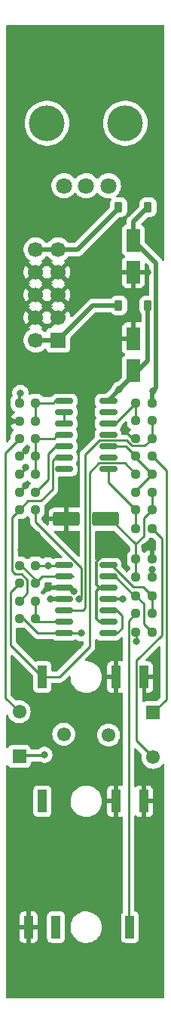
<source format=gbr>
G04 #@! TF.GenerationSoftware,KiCad,Pcbnew,(5.99.0-9650-gad505e29c0)*
G04 #@! TF.CreationDate,2021-03-17T10:46:37+00:00*
G04 #@! TF.ProjectId,Ampelope,416d7065-6c6f-4706-952e-6b696361645f,rev?*
G04 #@! TF.SameCoordinates,Original*
G04 #@! TF.FileFunction,Copper,L1,Top*
G04 #@! TF.FilePolarity,Positive*
%FSLAX46Y46*%
G04 Gerber Fmt 4.6, Leading zero omitted, Abs format (unit mm)*
G04 Created by KiCad (PCBNEW (5.99.0-9650-gad505e29c0)) date 2021-03-17 10:46:37*
%MOMM*%
%LPD*%
G01*
G04 APERTURE LIST*
G04 Aperture macros list*
%AMRoundRect*
0 Rectangle with rounded corners*
0 $1 Rounding radius*
0 $2 $3 $4 $5 $6 $7 $8 $9 X,Y pos of 4 corners*
0 Add a 4 corners polygon primitive as box body*
4,1,4,$2,$3,$4,$5,$6,$7,$8,$9,$2,$3,0*
0 Add four circle primitives for the rounded corners*
1,1,$1+$1,$2,$3*
1,1,$1+$1,$4,$5*
1,1,$1+$1,$6,$7*
1,1,$1+$1,$8,$9*
0 Add four rect primitives between the rounded corners*
20,1,$1+$1,$2,$3,$4,$5,0*
20,1,$1+$1,$4,$5,$6,$7,0*
20,1,$1+$1,$6,$7,$8,$9,0*
20,1,$1+$1,$8,$9,$2,$3,0*%
G04 Aperture macros list end*
G04 #@! TA.AperFunction,SMDPad,CuDef*
%ADD10RoundRect,0.237500X0.250000X0.237500X-0.250000X0.237500X-0.250000X-0.237500X0.250000X-0.237500X0*%
G04 #@! TD*
G04 #@! TA.AperFunction,SMDPad,CuDef*
%ADD11RoundRect,0.150000X-0.825000X-0.150000X0.825000X-0.150000X0.825000X0.150000X-0.825000X0.150000X0*%
G04 #@! TD*
G04 #@! TA.AperFunction,SMDPad,CuDef*
%ADD12RoundRect,0.237500X-0.250000X-0.237500X0.250000X-0.237500X0.250000X0.237500X-0.250000X0.237500X0*%
G04 #@! TD*
G04 #@! TA.AperFunction,SMDPad,CuDef*
%ADD13RoundRect,0.250000X0.550000X-1.050000X0.550000X1.050000X-0.550000X1.050000X-0.550000X-1.050000X0*%
G04 #@! TD*
G04 #@! TA.AperFunction,SMDPad,CuDef*
%ADD14RoundRect,0.225000X0.225000X0.375000X-0.225000X0.375000X-0.225000X-0.375000X0.225000X-0.375000X0*%
G04 #@! TD*
G04 #@! TA.AperFunction,SMDPad,CuDef*
%ADD15RoundRect,0.150000X0.825000X0.150000X-0.825000X0.150000X-0.825000X-0.150000X0.825000X-0.150000X0*%
G04 #@! TD*
G04 #@! TA.AperFunction,ComponentPad*
%ADD16R,1.700000X1.700000*%
G04 #@! TD*
G04 #@! TA.AperFunction,ComponentPad*
%ADD17C,1.700000*%
G04 #@! TD*
G04 #@! TA.AperFunction,ComponentPad*
%ADD18R,1.550000X1.550000*%
G04 #@! TD*
G04 #@! TA.AperFunction,ComponentPad*
%ADD19C,1.550000*%
G04 #@! TD*
G04 #@! TA.AperFunction,SMDPad,CuDef*
%ADD20RoundRect,0.225000X-0.225000X-0.375000X0.225000X-0.375000X0.225000X0.375000X-0.225000X0.375000X0*%
G04 #@! TD*
G04 #@! TA.AperFunction,SMDPad,CuDef*
%ADD21RoundRect,0.250000X1.250000X0.550000X-1.250000X0.550000X-1.250000X-0.550000X1.250000X-0.550000X0*%
G04 #@! TD*
G04 #@! TA.AperFunction,ComponentPad*
%ADD22R,1.000000X2.500000*%
G04 #@! TD*
G04 #@! TA.AperFunction,WasherPad*
%ADD23C,4.000000*%
G04 #@! TD*
G04 #@! TA.AperFunction,ComponentPad*
%ADD24C,1.800000*%
G04 #@! TD*
G04 #@! TA.AperFunction,ViaPad*
%ADD25C,0.800000*%
G04 #@! TD*
G04 #@! TA.AperFunction,Conductor*
%ADD26C,0.300000*%
G04 #@! TD*
G04 #@! TA.AperFunction,Conductor*
%ADD27C,0.500000*%
G04 #@! TD*
G04 #@! TA.AperFunction,Conductor*
%ADD28C,0.250000*%
G04 #@! TD*
G04 APERTURE END LIST*
D10*
X139812500Y-102000000D03*
X137987500Y-102000000D03*
D11*
X143025000Y-79590000D03*
X143025000Y-80860000D03*
X143025000Y-82130000D03*
X143025000Y-83400000D03*
X143025000Y-84670000D03*
X143025000Y-85940000D03*
X143025000Y-87210000D03*
X147975000Y-87210000D03*
X147975000Y-85940000D03*
X147975000Y-84670000D03*
X147975000Y-83400000D03*
X147975000Y-82130000D03*
X147975000Y-80860000D03*
X147975000Y-79590000D03*
D12*
X151087500Y-91800000D03*
X152912500Y-91800000D03*
X137987500Y-79800000D03*
X139812500Y-79800000D03*
X151087500Y-103400000D03*
X152912500Y-103400000D03*
D10*
X152912500Y-105500000D03*
X151087500Y-105500000D03*
X139812500Y-98000000D03*
X137987500Y-98000000D03*
D12*
X151087500Y-83800000D03*
X152912500Y-83800000D03*
D13*
X150800000Y-76200000D03*
X150800000Y-72600000D03*
D14*
X152450000Y-57900000D03*
X149150000Y-57900000D03*
D12*
X137987500Y-104000000D03*
X139812500Y-104000000D03*
D15*
X147975000Y-105610000D03*
X147975000Y-104340000D03*
X147975000Y-103070000D03*
X147975000Y-101800000D03*
X147975000Y-100530000D03*
X147975000Y-99260000D03*
X147975000Y-97990000D03*
X143025000Y-97990000D03*
X143025000Y-99260000D03*
X143025000Y-100530000D03*
X143025000Y-101800000D03*
X143025000Y-103070000D03*
X143025000Y-104340000D03*
X143025000Y-105610000D03*
D16*
X142362500Y-72800000D03*
D17*
X139822500Y-72800000D03*
X142362500Y-70260000D03*
X139822500Y-70260000D03*
X142362500Y-67720000D03*
X139822500Y-67720000D03*
X142362500Y-65180000D03*
X139822500Y-65180000D03*
X142362500Y-62640000D03*
X139822500Y-62640000D03*
D10*
X152912500Y-81800000D03*
X151087500Y-81800000D03*
X137987500Y-100000000D03*
X139812500Y-100000000D03*
D13*
X150800000Y-65200000D03*
X150800000Y-61600000D03*
D18*
X137975000Y-119400000D03*
D19*
X142975000Y-116900000D03*
X137975000Y-114400000D03*
D10*
X139812500Y-91800000D03*
X137987500Y-91800000D03*
D18*
X153025000Y-114500000D03*
D19*
X148025000Y-117000000D03*
X153025000Y-119500000D03*
D12*
X137987500Y-89800000D03*
X139812500Y-89800000D03*
D20*
X149150000Y-68900000D03*
X152450000Y-68900000D03*
D10*
X152912500Y-87800000D03*
X151087500Y-87800000D03*
D12*
X151087500Y-97300000D03*
X152912500Y-97300000D03*
D10*
X152912500Y-101400000D03*
X151087500Y-101400000D03*
D12*
X151087500Y-89800000D03*
X152912500Y-89800000D03*
X137987500Y-81900000D03*
X139812500Y-81900000D03*
D10*
X152912500Y-93900000D03*
X151087500Y-93900000D03*
D12*
X137987500Y-83800000D03*
X139812500Y-83800000D03*
D21*
X147700000Y-92800000D03*
X143300000Y-92800000D03*
D10*
X139812500Y-87800000D03*
X137987500Y-87800000D03*
X152912500Y-99300000D03*
X151087500Y-99300000D03*
X152912500Y-85800000D03*
X151087500Y-85800000D03*
X152912500Y-79800000D03*
X151087500Y-79800000D03*
D12*
X137987500Y-85800000D03*
X139812500Y-85800000D03*
D22*
X139020000Y-138500000D03*
X142120000Y-138500000D03*
X150420000Y-138500000D03*
X151980000Y-124400000D03*
X148880000Y-124400000D03*
X140580000Y-124400000D03*
X151980000Y-110500000D03*
X148880000Y-110500000D03*
X140580000Y-110500000D03*
D23*
X149900000Y-48500000D03*
X141100000Y-48500000D03*
D24*
X143000000Y-55500000D03*
X145500000Y-55500000D03*
X148000000Y-55500000D03*
D25*
X149100000Y-72600000D03*
X150800000Y-70500000D03*
X150800000Y-67300000D03*
X152400000Y-65200000D03*
X149100000Y-65200000D03*
X143900000Y-77800000D03*
X141000000Y-78300000D03*
X137700000Y-77000000D03*
X145400000Y-116700000D03*
X149200000Y-115000000D03*
X149200000Y-118600000D03*
X144600000Y-107000000D03*
X147200000Y-94700000D03*
X145400000Y-79800000D03*
X146000000Y-83600000D03*
X141000000Y-93000000D03*
X138700000Y-89100000D03*
X138700000Y-87000000D03*
X138700000Y-85200000D03*
X138100000Y-109900000D03*
X138200000Y-96300000D03*
X144100000Y-100900000D03*
X138100000Y-106400000D03*
X140000000Y-94600000D03*
X137125000Y-81900000D03*
X152100000Y-95900000D03*
X148500000Y-96500000D03*
X149800000Y-82900000D03*
X143100000Y-114300000D03*
X149600000Y-101800000D03*
X152950000Y-98450000D03*
X153000000Y-78500000D03*
X144700011Y-101800000D03*
X140800000Y-119200000D03*
X138100000Y-78700000D03*
X149232500Y-78332500D03*
X141500000Y-101800000D03*
X145000000Y-105600000D03*
X151100000Y-106500000D03*
X141200000Y-98000000D03*
D26*
X138700000Y-89100000D02*
X138687500Y-89100000D01*
X138687500Y-89100000D02*
X137987500Y-89800000D01*
D27*
X150800000Y-61600000D02*
X153350020Y-64150020D01*
X153350020Y-64150020D02*
X153350020Y-78149980D01*
X153350020Y-78149980D02*
X152912500Y-78587500D01*
X152912500Y-78587500D02*
X152912500Y-79800000D01*
D28*
X139812500Y-79800000D02*
X141800000Y-79800000D01*
X141800000Y-79800000D02*
X142010000Y-79590000D01*
X142010000Y-79590000D02*
X143025000Y-79590000D01*
D26*
X142915000Y-79700000D02*
X143025000Y-79590000D01*
D28*
X139812500Y-83800000D02*
X141875000Y-83800000D01*
X141875000Y-83800000D02*
X142275000Y-83400000D01*
X142275000Y-83400000D02*
X143025000Y-83400000D01*
X137987500Y-102000000D02*
X138900000Y-101087500D01*
X138900000Y-101087500D02*
X138900000Y-99629476D01*
X138900000Y-99629476D02*
X138270524Y-99000000D01*
X137174980Y-98674980D02*
X137174980Y-92612520D01*
X138270524Y-99000000D02*
X137500000Y-99000000D01*
X137500000Y-99000000D02*
X137174980Y-98674980D01*
X137174980Y-92612520D02*
X137987500Y-91800000D01*
X140580000Y-110500000D02*
X137000000Y-106920000D01*
X137000000Y-106920000D02*
X137000000Y-100987500D01*
X137000000Y-100987500D02*
X137987500Y-100000000D01*
D26*
X140800000Y-119200000D02*
X140700000Y-119300000D01*
X138075000Y-119300000D02*
X137975000Y-119400000D01*
X140700000Y-119300000D02*
X138075000Y-119300000D01*
D28*
X152912500Y-105500000D02*
X152000000Y-104587500D01*
X152000000Y-104587500D02*
X152000000Y-102312500D01*
X152000000Y-102312500D02*
X151087500Y-101400000D01*
X151087500Y-95625000D02*
X152000000Y-94712500D01*
X152000000Y-94712500D02*
X152000000Y-92712500D01*
X152000000Y-92712500D02*
X152912500Y-91800000D01*
X147700000Y-92800000D02*
X148200000Y-92800000D01*
X148200000Y-92800000D02*
X151025000Y-95625000D01*
X151025000Y-95625000D02*
X151087500Y-95625000D01*
D27*
X142362500Y-62640000D02*
X144560000Y-62640000D01*
X144560000Y-62640000D02*
X149150000Y-58050000D01*
X149150000Y-58050000D02*
X149150000Y-57900000D01*
X152450000Y-57900000D02*
X150800000Y-59550000D01*
X150800000Y-59550000D02*
X150800000Y-61600000D01*
X152450000Y-68900000D02*
X152450000Y-75115000D01*
X152450000Y-75115000D02*
X149232500Y-78332500D01*
X149150000Y-68900000D02*
X146262500Y-68900000D01*
X146262500Y-68900000D02*
X142362500Y-72800000D01*
X147975000Y-79590000D02*
X149232500Y-78332500D01*
X148010000Y-79590000D02*
X147975000Y-79590000D01*
D28*
X136400000Y-85387500D02*
X137987500Y-83800000D01*
X138700000Y-87000000D02*
X138700000Y-87087500D01*
X138700000Y-87087500D02*
X137987500Y-87800000D01*
X136400000Y-112825000D02*
X136400000Y-85387500D01*
X137975000Y-114400000D02*
X136400000Y-112825000D01*
D26*
X146649980Y-100179980D02*
X146649980Y-97632884D01*
X148400000Y-96600000D02*
X148500000Y-96500000D01*
X147682864Y-96600000D02*
X148400000Y-96600000D01*
X147000000Y-100530000D02*
X146649980Y-100179980D01*
X150700000Y-83800000D02*
X149800000Y-82900000D01*
X147975000Y-104340000D02*
X147000000Y-104340000D01*
X151087500Y-83800000D02*
X150700000Y-83800000D01*
X147000000Y-100530000D02*
X147975000Y-100530000D01*
X146649980Y-103989980D02*
X146649980Y-100880020D01*
X146649980Y-97632884D02*
X147682864Y-96600000D01*
X146649980Y-100880020D02*
X147000000Y-100530000D01*
X147000000Y-104340000D02*
X146649980Y-103989980D01*
D28*
X152912500Y-91800000D02*
X152912500Y-89800000D01*
X151087500Y-97300000D02*
X151087500Y-99300000D01*
X151087500Y-97300000D02*
X151087500Y-95625000D01*
X146934980Y-86565020D02*
X149852520Y-86565020D01*
X145874980Y-87625020D02*
X146934980Y-86565020D01*
X145875031Y-107124969D02*
X145875031Y-100465590D01*
X140580000Y-110500000D02*
X142500000Y-110500000D01*
X145875031Y-100465590D02*
X145874980Y-100465539D01*
X145874980Y-100465539D02*
X145874980Y-87625020D01*
X142500000Y-110500000D02*
X145875031Y-107124969D01*
X149852520Y-86565020D02*
X151087500Y-87800000D01*
D27*
X139822500Y-62640000D02*
X142362500Y-62640000D01*
D28*
X152912500Y-99300000D02*
X152912500Y-98487500D01*
X139812500Y-93112500D02*
X139812500Y-91800000D01*
X144974940Y-101525071D02*
X144974940Y-98274940D01*
D26*
X147975000Y-101800000D02*
X149600000Y-101800000D01*
D28*
X144974940Y-98274940D02*
X139812500Y-93112500D01*
X144700011Y-101800000D02*
X144974940Y-101525071D01*
X152912500Y-98487500D02*
X152950000Y-98450000D01*
X151087500Y-89625000D02*
X152912500Y-87800000D01*
X151087500Y-85800000D02*
X149957500Y-84670000D01*
X149957500Y-84670000D02*
X147975000Y-84670000D01*
X151087500Y-85975000D02*
X152912500Y-87800000D01*
X154500000Y-113025000D02*
X154500000Y-87387500D01*
X153025000Y-114500000D02*
X154500000Y-113025000D01*
X154500000Y-87387500D02*
X152912500Y-85800000D01*
X151087500Y-93800000D02*
X151087500Y-91800000D01*
X147975000Y-88687500D02*
X147975000Y-87210000D01*
X151087500Y-91800000D02*
X147975000Y-88687500D01*
X151154989Y-117629989D02*
X151154989Y-108645011D01*
X154000000Y-94987500D02*
X152912500Y-93900000D01*
X151154989Y-108645011D02*
X154000000Y-105800000D01*
X153025000Y-119500000D02*
X151154989Y-117629989D01*
X154000000Y-105800000D02*
X154000000Y-94987500D01*
X140112500Y-104300000D02*
X142985000Y-104300000D01*
X139812500Y-104000000D02*
X140112500Y-104300000D01*
X139812500Y-102000000D02*
X139812500Y-104000000D01*
X142985000Y-104300000D02*
X143025000Y-104340000D01*
X142050000Y-85940000D02*
X143025000Y-85940000D01*
X140400000Y-90800000D02*
X141724980Y-89475020D01*
X138987500Y-90800000D02*
X140400000Y-90800000D01*
X141724980Y-86265020D02*
X142050000Y-85940000D01*
X137987500Y-91800000D02*
X138987500Y-90800000D01*
X141724980Y-89475020D02*
X141724980Y-86265020D01*
X151087500Y-79800000D02*
X151087500Y-81800000D01*
X151087500Y-79800000D02*
X148757500Y-82130000D01*
X150900000Y-101400000D02*
X148760000Y-99260000D01*
X152912500Y-101400000D02*
X151912500Y-100400000D01*
X152912500Y-103400000D02*
X152912500Y-101400000D01*
X151912500Y-100400000D02*
X150761780Y-100400000D01*
X150761780Y-100400000D02*
X148351780Y-97990000D01*
X152112500Y-84600000D02*
X152912500Y-83800000D01*
X145130000Y-103070000D02*
X145425011Y-102774989D01*
X150604476Y-84600000D02*
X152112500Y-84600000D01*
X145424960Y-85573260D02*
X146973200Y-84025020D01*
X145425011Y-100651994D02*
X145424960Y-100651943D01*
X152912500Y-81800000D02*
X152912500Y-83800000D01*
X145424960Y-100651943D02*
X145424960Y-85573260D01*
X145425011Y-102774989D02*
X145425011Y-100651994D01*
X146973200Y-84025020D02*
X150029496Y-84025020D01*
X143025000Y-103070000D02*
X145130000Y-103070000D01*
X150029496Y-84025020D02*
X150604476Y-84600000D01*
X139812500Y-83800000D02*
X139812500Y-85800000D01*
X139812500Y-87800000D02*
X139812500Y-85800000D01*
X141200000Y-88412500D02*
X141200000Y-85520000D01*
X139812500Y-89800000D02*
X141200000Y-88412500D01*
X141200000Y-85520000D02*
X142050000Y-84670000D01*
X142050000Y-84670000D02*
X143025000Y-84670000D01*
X139812500Y-81800000D02*
X139812500Y-79800000D01*
D26*
X137987500Y-78812500D02*
X138100000Y-78700000D01*
X137987500Y-79800000D02*
X137987500Y-78812500D01*
D27*
X141500000Y-101800000D02*
X143025000Y-101800000D01*
D28*
X143025000Y-80860000D02*
X143025000Y-82130000D01*
D27*
X139822500Y-72800000D02*
X142362500Y-72800000D01*
D28*
X151087500Y-103400000D02*
X150274980Y-104212520D01*
X150274980Y-104212520D02*
X150274980Y-138354980D01*
X137987500Y-104000000D02*
X138475000Y-104000000D01*
X140085000Y-105610000D02*
X143025000Y-105610000D01*
X138475000Y-104000000D02*
X140085000Y-105610000D01*
X145000000Y-105600000D02*
X143035000Y-105600000D01*
X151100000Y-106500000D02*
X151100000Y-105512500D01*
X138100000Y-97900000D02*
X139812500Y-99612500D01*
X139812500Y-99612500D02*
X139812500Y-100000000D01*
X139812500Y-99987500D02*
X140540000Y-99260000D01*
X139812500Y-100000000D02*
X139812500Y-99987500D01*
X140540000Y-99260000D02*
X143025000Y-99260000D01*
X143025000Y-99260000D02*
X144000000Y-99260000D01*
X141200000Y-98000000D02*
X143015000Y-98000000D01*
X139812500Y-98000000D02*
X141200000Y-98000000D01*
X149500000Y-105060000D02*
X149500000Y-103600000D01*
X148970000Y-103070000D02*
X147975000Y-103070000D01*
X148950000Y-105610000D02*
X149500000Y-105060000D01*
X149500000Y-103600000D02*
X148970000Y-103070000D01*
X147975000Y-105610000D02*
X148950000Y-105610000D01*
G04 #@! TA.AperFunction,Conductor*
G36*
X149559512Y-106000560D02*
G01*
X149616348Y-106043107D01*
X149641159Y-106109627D01*
X149641480Y-106118616D01*
X149641480Y-108629183D01*
X149621478Y-108697304D01*
X149567822Y-108743797D01*
X149497548Y-108753900D01*
X149384459Y-108737640D01*
X149375505Y-108737000D01*
X149152115Y-108737000D01*
X149136876Y-108741475D01*
X149135671Y-108742865D01*
X149134000Y-108750548D01*
X149134000Y-112244885D01*
X149138475Y-112260124D01*
X149139865Y-112261329D01*
X149147548Y-112263000D01*
X149377743Y-112263000D01*
X149382250Y-112262839D01*
X149446269Y-112258260D01*
X149459494Y-112255874D01*
X149479983Y-112249858D01*
X149550979Y-112249858D01*
X149610705Y-112288242D01*
X149640198Y-112352824D01*
X149641480Y-112370754D01*
X149641480Y-122529183D01*
X149621478Y-122597304D01*
X149567822Y-122643797D01*
X149497548Y-122653900D01*
X149384459Y-122637640D01*
X149375505Y-122637000D01*
X149152115Y-122637000D01*
X149136876Y-122641475D01*
X149135671Y-122642865D01*
X149134000Y-122650548D01*
X149134000Y-126144885D01*
X149138475Y-126160124D01*
X149139865Y-126161329D01*
X149147548Y-126163000D01*
X149377743Y-126163000D01*
X149382250Y-126162839D01*
X149446269Y-126158260D01*
X149459494Y-126155874D01*
X149479983Y-126149858D01*
X149550979Y-126149858D01*
X149610705Y-126188242D01*
X149640198Y-126252824D01*
X149641480Y-126270754D01*
X149641480Y-136756036D01*
X149621478Y-136824157D01*
X149597993Y-136851260D01*
X149591310Y-136857051D01*
X149583729Y-136861923D01*
X149577828Y-136868733D01*
X149493918Y-136965569D01*
X149493916Y-136965572D01*
X149488016Y-136972381D01*
X149427300Y-137105330D01*
X149426018Y-137114245D01*
X149426018Y-137114246D01*
X149407139Y-137245552D01*
X149407139Y-137245554D01*
X149406500Y-137250000D01*
X149406500Y-139750000D01*
X149411727Y-139823079D01*
X149452904Y-139963316D01*
X149457775Y-139970895D01*
X149527051Y-140078691D01*
X149527053Y-140078694D01*
X149531923Y-140086271D01*
X149538733Y-140092172D01*
X149635569Y-140176082D01*
X149635572Y-140176084D01*
X149642381Y-140181984D01*
X149650579Y-140185728D01*
X149691207Y-140204282D01*
X149775330Y-140242700D01*
X149784245Y-140243982D01*
X149784246Y-140243982D01*
X149915552Y-140262861D01*
X149915559Y-140262862D01*
X149920000Y-140263500D01*
X150920000Y-140263500D01*
X150993079Y-140258273D01*
X151079904Y-140232779D01*
X151124670Y-140219635D01*
X151124672Y-140219634D01*
X151133316Y-140217096D01*
X151210610Y-140167422D01*
X151248691Y-140142949D01*
X151248694Y-140142947D01*
X151256271Y-140138077D01*
X151274331Y-140117235D01*
X151346082Y-140034431D01*
X151346084Y-140034428D01*
X151351984Y-140027619D01*
X151412700Y-139894670D01*
X151423972Y-139816269D01*
X151432861Y-139754448D01*
X151432862Y-139754441D01*
X151433500Y-139750000D01*
X151433500Y-137250000D01*
X151428273Y-137176921D01*
X151387096Y-137036684D01*
X151351039Y-136980579D01*
X151312949Y-136921309D01*
X151312947Y-136921306D01*
X151308077Y-136913729D01*
X151256587Y-136869112D01*
X151204431Y-136823918D01*
X151204428Y-136823916D01*
X151197619Y-136818016D01*
X151131401Y-136787775D01*
X151072864Y-136761042D01*
X151072863Y-136761042D01*
X151064670Y-136757300D01*
X151055754Y-136756018D01*
X151055747Y-136756016D01*
X151016548Y-136750380D01*
X150951967Y-136720887D01*
X150913584Y-136661161D01*
X150908480Y-136625663D01*
X150908480Y-126102565D01*
X150928482Y-126034444D01*
X150982138Y-125987951D01*
X151052412Y-125977847D01*
X151116992Y-126007340D01*
X151195840Y-126075661D01*
X151210848Y-126085307D01*
X151327275Y-126138477D01*
X151344388Y-126143502D01*
X151475554Y-126162361D01*
X151484495Y-126163000D01*
X151707885Y-126163000D01*
X151723124Y-126158525D01*
X151724329Y-126157135D01*
X151726000Y-126149452D01*
X151726000Y-124667548D01*
X152234000Y-124667548D01*
X152234000Y-126144885D01*
X152238475Y-126160124D01*
X152239865Y-126161329D01*
X152247548Y-126163000D01*
X152477743Y-126163000D01*
X152482250Y-126162839D01*
X152546269Y-126158260D01*
X152559491Y-126155874D01*
X152684458Y-126119181D01*
X152700692Y-126111767D01*
X152808360Y-126042574D01*
X152821847Y-126030888D01*
X152905662Y-125934160D01*
X152915307Y-125919152D01*
X152968477Y-125802725D01*
X152973502Y-125785612D01*
X152992361Y-125654446D01*
X152993000Y-125645503D01*
X152993000Y-124672115D01*
X152988525Y-124656876D01*
X152987135Y-124655671D01*
X152979452Y-124654000D01*
X152252115Y-124654000D01*
X152236876Y-124658475D01*
X152235671Y-124659865D01*
X152234000Y-124667548D01*
X151726000Y-124667548D01*
X151726000Y-122655115D01*
X151724659Y-122650548D01*
X152234000Y-122650548D01*
X152234000Y-124127885D01*
X152238475Y-124143124D01*
X152239865Y-124144329D01*
X152247548Y-124146000D01*
X152974885Y-124146000D01*
X152990124Y-124141525D01*
X152991329Y-124140135D01*
X152993000Y-124132452D01*
X152993000Y-123152257D01*
X152992839Y-123147750D01*
X152988260Y-123083731D01*
X152985874Y-123070509D01*
X152949181Y-122945542D01*
X152941767Y-122929308D01*
X152872574Y-122821640D01*
X152860888Y-122808153D01*
X152764160Y-122724338D01*
X152749152Y-122714693D01*
X152632725Y-122661523D01*
X152615612Y-122656498D01*
X152484446Y-122637639D01*
X152475505Y-122637000D01*
X152252115Y-122637000D01*
X152236876Y-122641475D01*
X152235671Y-122642865D01*
X152234000Y-122650548D01*
X151724659Y-122650548D01*
X151721525Y-122639876D01*
X151720135Y-122638671D01*
X151712452Y-122637000D01*
X151482257Y-122637000D01*
X151477750Y-122637161D01*
X151413731Y-122641740D01*
X151400509Y-122644126D01*
X151275542Y-122680819D01*
X151259308Y-122688233D01*
X151151640Y-122757426D01*
X151138153Y-122769112D01*
X151129705Y-122778862D01*
X151069979Y-122817246D01*
X150998982Y-122817246D01*
X150939256Y-122778863D01*
X150909763Y-122714282D01*
X150908480Y-122696350D01*
X150908480Y-118583574D01*
X150928482Y-118515453D01*
X150982138Y-118468960D01*
X151052412Y-118458856D01*
X151116992Y-118488350D01*
X151123575Y-118494479D01*
X151736182Y-119107086D01*
X151770208Y-119169398D01*
X151768793Y-119228790D01*
X151756075Y-119276254D01*
X151736500Y-119500000D01*
X151756075Y-119723746D01*
X151814206Y-119940693D01*
X151816529Y-119945674D01*
X151816529Y-119945675D01*
X151906800Y-120139263D01*
X151906803Y-120139268D01*
X151909126Y-120144250D01*
X151933772Y-120179448D01*
X152034790Y-120323716D01*
X152037952Y-120328232D01*
X152196768Y-120487048D01*
X152201276Y-120490205D01*
X152201279Y-120490207D01*
X152231362Y-120511271D01*
X152380750Y-120615874D01*
X152385732Y-120618197D01*
X152385737Y-120618200D01*
X152536152Y-120688339D01*
X152584307Y-120710794D01*
X152589615Y-120712216D01*
X152589617Y-120712217D01*
X152656941Y-120730256D01*
X152801254Y-120768925D01*
X153025000Y-120788500D01*
X153248746Y-120768925D01*
X153393059Y-120730256D01*
X153460383Y-120712217D01*
X153460385Y-120712216D01*
X153465693Y-120710794D01*
X153513848Y-120688339D01*
X153664263Y-120618200D01*
X153664268Y-120618197D01*
X153669250Y-120615874D01*
X153818638Y-120511271D01*
X153848721Y-120490207D01*
X153848724Y-120490205D01*
X153853232Y-120487048D01*
X154012048Y-120328232D01*
X154015207Y-120323721D01*
X154015211Y-120323716D01*
X154062787Y-120255770D01*
X154118244Y-120211441D01*
X154188863Y-120204132D01*
X154252224Y-120236162D01*
X154288209Y-120297364D01*
X154292000Y-120328040D01*
X154292000Y-146366000D01*
X154271998Y-146434121D01*
X154218342Y-146480614D01*
X154166000Y-146492000D01*
X136634000Y-146492000D01*
X136565879Y-146471998D01*
X136519386Y-146418342D01*
X136508000Y-146366000D01*
X136508000Y-138767548D01*
X138007000Y-138767548D01*
X138007000Y-139747743D01*
X138007161Y-139752250D01*
X138011740Y-139816269D01*
X138014126Y-139829491D01*
X138050819Y-139954458D01*
X138058233Y-139970692D01*
X138127426Y-140078360D01*
X138139112Y-140091847D01*
X138235840Y-140175662D01*
X138250848Y-140185307D01*
X138367275Y-140238477D01*
X138384388Y-140243502D01*
X138515554Y-140262361D01*
X138524495Y-140263000D01*
X138747885Y-140263000D01*
X138763124Y-140258525D01*
X138764329Y-140257135D01*
X138766000Y-140249452D01*
X138766000Y-138772115D01*
X138764659Y-138767548D01*
X139274000Y-138767548D01*
X139274000Y-140244885D01*
X139278475Y-140260124D01*
X139279865Y-140261329D01*
X139287548Y-140263000D01*
X139517743Y-140263000D01*
X139522250Y-140262839D01*
X139586269Y-140258260D01*
X139599491Y-140255874D01*
X139724458Y-140219181D01*
X139740692Y-140211767D01*
X139848360Y-140142574D01*
X139861847Y-140130888D01*
X139945662Y-140034160D01*
X139955307Y-140019152D01*
X140008477Y-139902725D01*
X140013502Y-139885612D01*
X140032361Y-139754446D01*
X140033000Y-139745503D01*
X140033000Y-138772115D01*
X140028525Y-138756876D01*
X140027135Y-138755671D01*
X140019452Y-138754000D01*
X139292115Y-138754000D01*
X139276876Y-138758475D01*
X139275671Y-138759865D01*
X139274000Y-138767548D01*
X138764659Y-138767548D01*
X138761525Y-138756876D01*
X138760135Y-138755671D01*
X138752452Y-138754000D01*
X138025115Y-138754000D01*
X138009876Y-138758475D01*
X138008671Y-138759865D01*
X138007000Y-138767548D01*
X136508000Y-138767548D01*
X136508000Y-137254495D01*
X138007000Y-137254495D01*
X138007000Y-138227885D01*
X138011475Y-138243124D01*
X138012865Y-138244329D01*
X138020548Y-138246000D01*
X138747885Y-138246000D01*
X138763124Y-138241525D01*
X138764329Y-138240135D01*
X138766000Y-138232452D01*
X138766000Y-136755115D01*
X138764659Y-136750548D01*
X139274000Y-136750548D01*
X139274000Y-138227885D01*
X139278475Y-138243124D01*
X139279865Y-138244329D01*
X139287548Y-138246000D01*
X140014885Y-138246000D01*
X140030124Y-138241525D01*
X140031329Y-138240135D01*
X140033000Y-138232452D01*
X140033000Y-137252257D01*
X140032919Y-137250000D01*
X141106500Y-137250000D01*
X141106500Y-139750000D01*
X141111727Y-139823079D01*
X141152904Y-139963316D01*
X141157775Y-139970895D01*
X141227051Y-140078691D01*
X141227053Y-140078694D01*
X141231923Y-140086271D01*
X141238733Y-140092172D01*
X141335569Y-140176082D01*
X141335572Y-140176084D01*
X141342381Y-140181984D01*
X141350579Y-140185728D01*
X141391207Y-140204282D01*
X141475330Y-140242700D01*
X141484245Y-140243982D01*
X141484246Y-140243982D01*
X141615552Y-140262861D01*
X141615559Y-140262862D01*
X141620000Y-140263500D01*
X142620000Y-140263500D01*
X142693079Y-140258273D01*
X142779904Y-140232779D01*
X142824670Y-140219635D01*
X142824672Y-140219634D01*
X142833316Y-140217096D01*
X142910610Y-140167422D01*
X142948691Y-140142949D01*
X142948694Y-140142947D01*
X142956271Y-140138077D01*
X142974331Y-140117235D01*
X143046082Y-140034431D01*
X143046084Y-140034428D01*
X143051984Y-140027619D01*
X143112700Y-139894670D01*
X143123972Y-139816269D01*
X143132861Y-139754448D01*
X143132862Y-139754441D01*
X143133500Y-139750000D01*
X143133500Y-138453837D01*
X143737104Y-138453837D01*
X143749645Y-138714917D01*
X143800638Y-138971275D01*
X143888963Y-139217280D01*
X144012679Y-139447528D01*
X144015474Y-139451271D01*
X144015476Y-139451274D01*
X144166278Y-139653222D01*
X144166283Y-139653228D01*
X144169070Y-139656960D01*
X144172379Y-139660240D01*
X144172384Y-139660246D01*
X144329846Y-139816340D01*
X144354698Y-139840976D01*
X144358460Y-139843734D01*
X144358463Y-139843737D01*
X144531608Y-139970692D01*
X144565487Y-139995533D01*
X144569618Y-139997707D01*
X144569619Y-139997707D01*
X144792671Y-140115060D01*
X144792677Y-140115062D01*
X144796806Y-140117235D01*
X144801213Y-140118774D01*
X144801220Y-140118777D01*
X145039157Y-140201868D01*
X145043573Y-140203410D01*
X145048166Y-140204282D01*
X145295777Y-140251293D01*
X145295780Y-140251293D01*
X145300366Y-140252164D01*
X145430955Y-140257295D01*
X145556877Y-140262243D01*
X145556883Y-140262243D01*
X145561545Y-140262426D01*
X145663199Y-140251293D01*
X145816719Y-140234480D01*
X145816724Y-140234479D01*
X145821372Y-140233970D01*
X146074139Y-140167422D01*
X146196016Y-140115060D01*
X146309991Y-140066093D01*
X146309994Y-140066091D01*
X146314294Y-140064244D01*
X146465471Y-139970692D01*
X146532586Y-139929160D01*
X146532590Y-139929157D01*
X146536559Y-139926701D01*
X146637822Y-139840976D01*
X146732487Y-139760836D01*
X146732488Y-139760835D01*
X146736053Y-139757817D01*
X146827781Y-139653222D01*
X146905312Y-139564816D01*
X146905316Y-139564811D01*
X146908394Y-139561301D01*
X146910924Y-139557368D01*
X147047266Y-139345400D01*
X147047269Y-139345395D01*
X147049794Y-139341469D01*
X147157148Y-139103153D01*
X147228097Y-138851585D01*
X147261083Y-138592294D01*
X147263500Y-138500000D01*
X147244129Y-138239338D01*
X147186443Y-137984402D01*
X147171108Y-137944968D01*
X147093402Y-137745147D01*
X147093401Y-137745145D01*
X147091709Y-137740794D01*
X147089391Y-137736738D01*
X146964327Y-137517920D01*
X146964325Y-137517918D01*
X146962008Y-137513863D01*
X146800189Y-137308597D01*
X146609807Y-137129503D01*
X146395044Y-136980517D01*
X146169138Y-136869112D01*
X146164805Y-136866975D01*
X146164801Y-136866974D01*
X146160619Y-136864911D01*
X145911681Y-136785226D01*
X145907074Y-136784476D01*
X145907071Y-136784475D01*
X145658310Y-136743962D01*
X145658311Y-136743962D01*
X145653699Y-136743211D01*
X145521111Y-136741475D01*
X145397018Y-136739850D01*
X145397015Y-136739850D01*
X145392341Y-136739789D01*
X145269568Y-136756498D01*
X145137982Y-136774406D01*
X145137978Y-136774407D01*
X145133348Y-136775037D01*
X144882409Y-136848179D01*
X144878156Y-136850140D01*
X144878155Y-136850140D01*
X144852596Y-136861923D01*
X144645038Y-136957608D01*
X144613243Y-136978454D01*
X144430362Y-137098355D01*
X144430357Y-137098359D01*
X144426449Y-137100921D01*
X144422957Y-137104038D01*
X144256892Y-137252257D01*
X144231444Y-137274970D01*
X144064307Y-137475930D01*
X143928710Y-137699388D01*
X143926901Y-137703702D01*
X143926900Y-137703704D01*
X143909522Y-137745147D01*
X143827631Y-137940433D01*
X143763292Y-138193771D01*
X143737104Y-138453837D01*
X143133500Y-138453837D01*
X143133500Y-137250000D01*
X143128273Y-137176921D01*
X143087096Y-137036684D01*
X143051039Y-136980579D01*
X143012949Y-136921309D01*
X143012947Y-136921306D01*
X143008077Y-136913729D01*
X142956587Y-136869112D01*
X142904431Y-136823918D01*
X142904428Y-136823916D01*
X142897619Y-136818016D01*
X142831401Y-136787775D01*
X142772864Y-136761042D01*
X142772863Y-136761042D01*
X142764670Y-136757300D01*
X142755755Y-136756018D01*
X142755754Y-136756018D01*
X142624448Y-136737139D01*
X142624441Y-136737138D01*
X142620000Y-136736500D01*
X141620000Y-136736500D01*
X141546921Y-136741727D01*
X141493884Y-136757300D01*
X141415330Y-136780365D01*
X141415328Y-136780366D01*
X141406684Y-136782904D01*
X141399105Y-136787775D01*
X141291309Y-136857051D01*
X141291306Y-136857053D01*
X141283729Y-136861923D01*
X141277828Y-136868733D01*
X141193918Y-136965569D01*
X141193916Y-136965572D01*
X141188016Y-136972381D01*
X141127300Y-137105330D01*
X141126018Y-137114245D01*
X141126018Y-137114246D01*
X141107139Y-137245552D01*
X141107139Y-137245554D01*
X141106500Y-137250000D01*
X140032919Y-137250000D01*
X140032839Y-137247750D01*
X140028260Y-137183731D01*
X140025874Y-137170509D01*
X139989181Y-137045542D01*
X139981767Y-137029308D01*
X139912574Y-136921640D01*
X139900888Y-136908153D01*
X139804160Y-136824338D01*
X139789152Y-136814693D01*
X139672725Y-136761523D01*
X139655612Y-136756498D01*
X139524446Y-136737639D01*
X139515505Y-136737000D01*
X139292115Y-136737000D01*
X139276876Y-136741475D01*
X139275671Y-136742865D01*
X139274000Y-136750548D01*
X138764659Y-136750548D01*
X138761525Y-136739876D01*
X138760135Y-136738671D01*
X138752452Y-136737000D01*
X138522257Y-136737000D01*
X138517750Y-136737161D01*
X138453731Y-136741740D01*
X138440509Y-136744126D01*
X138315542Y-136780819D01*
X138299308Y-136788233D01*
X138191640Y-136857426D01*
X138178153Y-136869112D01*
X138094338Y-136965840D01*
X138084693Y-136980848D01*
X138031523Y-137097275D01*
X138026498Y-137114388D01*
X138007639Y-137245554D01*
X138007000Y-137254495D01*
X136508000Y-137254495D01*
X136508000Y-123150000D01*
X139566500Y-123150000D01*
X139566500Y-125650000D01*
X139571727Y-125723079D01*
X139612904Y-125863316D01*
X139617775Y-125870895D01*
X139687051Y-125978691D01*
X139687053Y-125978694D01*
X139691923Y-125986271D01*
X139698733Y-125992172D01*
X139795569Y-126076082D01*
X139795572Y-126076084D01*
X139802381Y-126081984D01*
X139810579Y-126085728D01*
X139851207Y-126104282D01*
X139935330Y-126142700D01*
X139944245Y-126143982D01*
X139944246Y-126143982D01*
X140075552Y-126162861D01*
X140075559Y-126162862D01*
X140080000Y-126163500D01*
X141080000Y-126163500D01*
X141153079Y-126158273D01*
X141239904Y-126132779D01*
X141284670Y-126119635D01*
X141284672Y-126119634D01*
X141293316Y-126117096D01*
X141370610Y-126067422D01*
X141408691Y-126042949D01*
X141408694Y-126042947D01*
X141416271Y-126038077D01*
X141434331Y-126017235D01*
X141506082Y-125934431D01*
X141506084Y-125934428D01*
X141511984Y-125927619D01*
X141572700Y-125794670D01*
X141583972Y-125716269D01*
X141592861Y-125654448D01*
X141592862Y-125654441D01*
X141593500Y-125650000D01*
X141593500Y-124353837D01*
X143737104Y-124353837D01*
X143749645Y-124614917D01*
X143800638Y-124871275D01*
X143888963Y-125117280D01*
X144012679Y-125347528D01*
X144015474Y-125351271D01*
X144015476Y-125351274D01*
X144166278Y-125553222D01*
X144166283Y-125553228D01*
X144169070Y-125556960D01*
X144172379Y-125560240D01*
X144172384Y-125560246D01*
X144329846Y-125716340D01*
X144354698Y-125740976D01*
X144358460Y-125743734D01*
X144358463Y-125743737D01*
X144531608Y-125870692D01*
X144565487Y-125895533D01*
X144569618Y-125897707D01*
X144569619Y-125897707D01*
X144792671Y-126015060D01*
X144792677Y-126015062D01*
X144796806Y-126017235D01*
X144801213Y-126018774D01*
X144801220Y-126018777D01*
X145039157Y-126101868D01*
X145043573Y-126103410D01*
X145048166Y-126104282D01*
X145295777Y-126151293D01*
X145295780Y-126151293D01*
X145300366Y-126152164D01*
X145430955Y-126157295D01*
X145556877Y-126162243D01*
X145556883Y-126162243D01*
X145561545Y-126162426D01*
X145663199Y-126151293D01*
X145816719Y-126134480D01*
X145816724Y-126134479D01*
X145821372Y-126133970D01*
X146074139Y-126067422D01*
X146213985Y-126007340D01*
X146309991Y-125966093D01*
X146309994Y-125966091D01*
X146314294Y-125964244D01*
X146465471Y-125870692D01*
X146532586Y-125829160D01*
X146532590Y-125829157D01*
X146536559Y-125826701D01*
X146637822Y-125740976D01*
X146732487Y-125660836D01*
X146732488Y-125660835D01*
X146736053Y-125657817D01*
X146827781Y-125553222D01*
X146905312Y-125464816D01*
X146905316Y-125464811D01*
X146908394Y-125461301D01*
X146910924Y-125457368D01*
X147047266Y-125245400D01*
X147047269Y-125245395D01*
X147049794Y-125241469D01*
X147157148Y-125003153D01*
X147228097Y-124751585D01*
X147238788Y-124667548D01*
X147867000Y-124667548D01*
X147867000Y-125647743D01*
X147867161Y-125652250D01*
X147871740Y-125716269D01*
X147874126Y-125729491D01*
X147910819Y-125854458D01*
X147918233Y-125870692D01*
X147987426Y-125978360D01*
X147999112Y-125991847D01*
X148095840Y-126075662D01*
X148110848Y-126085307D01*
X148227275Y-126138477D01*
X148244388Y-126143502D01*
X148375554Y-126162361D01*
X148384495Y-126163000D01*
X148607885Y-126163000D01*
X148623124Y-126158525D01*
X148624329Y-126157135D01*
X148626000Y-126149452D01*
X148626000Y-124672115D01*
X148621525Y-124656876D01*
X148620135Y-124655671D01*
X148612452Y-124654000D01*
X147885115Y-124654000D01*
X147869876Y-124658475D01*
X147868671Y-124659865D01*
X147867000Y-124667548D01*
X147238788Y-124667548D01*
X147261083Y-124492294D01*
X147263500Y-124400000D01*
X147244129Y-124139338D01*
X147186443Y-123884402D01*
X147171108Y-123844968D01*
X147093402Y-123645147D01*
X147093401Y-123645145D01*
X147091709Y-123640794D01*
X147089391Y-123636738D01*
X146964327Y-123417920D01*
X146964325Y-123417918D01*
X146962008Y-123413863D01*
X146800189Y-123208597D01*
X146742677Y-123154495D01*
X147867000Y-123154495D01*
X147867000Y-124127885D01*
X147871475Y-124143124D01*
X147872865Y-124144329D01*
X147880548Y-124146000D01*
X148607885Y-124146000D01*
X148623124Y-124141525D01*
X148624329Y-124140135D01*
X148626000Y-124132452D01*
X148626000Y-122655115D01*
X148621525Y-122639876D01*
X148620135Y-122638671D01*
X148612452Y-122637000D01*
X148382257Y-122637000D01*
X148377750Y-122637161D01*
X148313731Y-122641740D01*
X148300509Y-122644126D01*
X148175542Y-122680819D01*
X148159308Y-122688233D01*
X148051640Y-122757426D01*
X148038153Y-122769112D01*
X147954338Y-122865840D01*
X147944693Y-122880848D01*
X147891523Y-122997275D01*
X147886498Y-123014388D01*
X147867639Y-123145554D01*
X147867000Y-123154495D01*
X146742677Y-123154495D01*
X146609807Y-123029503D01*
X146395044Y-122880517D01*
X146169138Y-122769112D01*
X146164805Y-122766975D01*
X146164801Y-122766974D01*
X146160619Y-122764911D01*
X145911681Y-122685226D01*
X145907074Y-122684476D01*
X145907071Y-122684475D01*
X145658310Y-122643962D01*
X145658311Y-122643962D01*
X145653699Y-122643211D01*
X145521111Y-122641475D01*
X145397018Y-122639850D01*
X145397015Y-122639850D01*
X145392341Y-122639789D01*
X145279730Y-122655115D01*
X145137982Y-122674406D01*
X145137978Y-122674407D01*
X145133348Y-122675037D01*
X144882409Y-122748179D01*
X144878156Y-122750140D01*
X144878155Y-122750140D01*
X144852596Y-122761923D01*
X144645038Y-122857608D01*
X144613243Y-122878454D01*
X144430362Y-122998355D01*
X144430357Y-122998359D01*
X144426449Y-123000921D01*
X144422957Y-123004038D01*
X144256892Y-123152257D01*
X144231444Y-123174970D01*
X144064307Y-123375930D01*
X143928710Y-123599388D01*
X143926901Y-123603702D01*
X143926900Y-123603704D01*
X143909522Y-123645147D01*
X143827631Y-123840433D01*
X143763292Y-124093771D01*
X143737104Y-124353837D01*
X141593500Y-124353837D01*
X141593500Y-123150000D01*
X141588273Y-123076921D01*
X141547096Y-122936684D01*
X141511039Y-122880579D01*
X141472949Y-122821309D01*
X141472947Y-122821306D01*
X141468077Y-122813729D01*
X141416587Y-122769112D01*
X141364431Y-122723918D01*
X141364428Y-122723916D01*
X141357619Y-122718016D01*
X141291401Y-122687775D01*
X141232864Y-122661042D01*
X141232863Y-122661042D01*
X141224670Y-122657300D01*
X141215755Y-122656018D01*
X141215754Y-122656018D01*
X141084448Y-122637139D01*
X141084441Y-122637138D01*
X141080000Y-122636500D01*
X140080000Y-122636500D01*
X140006921Y-122641727D01*
X139953884Y-122657300D01*
X139875330Y-122680365D01*
X139875328Y-122680366D01*
X139866684Y-122682904D01*
X139859105Y-122687775D01*
X139751309Y-122757051D01*
X139751306Y-122757053D01*
X139743729Y-122761923D01*
X139737828Y-122768733D01*
X139653918Y-122865569D01*
X139653916Y-122865572D01*
X139648016Y-122872381D01*
X139587300Y-123005330D01*
X139586018Y-123014245D01*
X139586018Y-123014246D01*
X139567139Y-123145552D01*
X139567139Y-123145554D01*
X139566500Y-123150000D01*
X136508000Y-123150000D01*
X136508000Y-120467475D01*
X136528002Y-120399354D01*
X136581658Y-120352861D01*
X136651932Y-120342757D01*
X136716512Y-120372251D01*
X136739998Y-120399354D01*
X136807051Y-120503691D01*
X136807053Y-120503694D01*
X136811923Y-120511271D01*
X136818733Y-120517172D01*
X136915569Y-120601082D01*
X136915572Y-120601084D01*
X136922381Y-120606984D01*
X136930579Y-120610728D01*
X136946941Y-120618200D01*
X137055330Y-120667700D01*
X137064245Y-120668982D01*
X137064246Y-120668982D01*
X137195552Y-120687861D01*
X137195559Y-120687862D01*
X137200000Y-120688500D01*
X138750000Y-120688500D01*
X138823079Y-120683273D01*
X138901165Y-120660345D01*
X138954670Y-120644635D01*
X138954672Y-120644634D01*
X138963316Y-120642096D01*
X139027135Y-120601082D01*
X139078691Y-120567949D01*
X139078694Y-120567947D01*
X139086271Y-120563077D01*
X139126048Y-120517172D01*
X139176082Y-120459431D01*
X139176084Y-120459428D01*
X139181984Y-120452619D01*
X139227542Y-120352861D01*
X139238958Y-120327864D01*
X139238958Y-120327863D01*
X139242700Y-120319670D01*
X139245907Y-120297364D01*
X139262861Y-120179448D01*
X139262862Y-120179441D01*
X139263500Y-120175000D01*
X139263500Y-120084500D01*
X139283502Y-120016379D01*
X139337158Y-119969886D01*
X139389500Y-119958500D01*
X140257420Y-119958500D01*
X140331479Y-119982562D01*
X140343250Y-119991114D01*
X140349277Y-119993797D01*
X140349278Y-119993798D01*
X140349281Y-119993799D01*
X140517713Y-120068790D01*
X140591622Y-120084500D01*
X140698056Y-120107124D01*
X140698061Y-120107124D01*
X140704513Y-120108496D01*
X140895487Y-120108496D01*
X140901939Y-120107124D01*
X140901944Y-120107124D01*
X141008378Y-120084500D01*
X141082287Y-120068790D01*
X141200004Y-120016379D01*
X141250720Y-119993799D01*
X141250722Y-119993798D01*
X141256750Y-119991114D01*
X141333458Y-119935383D01*
X141405907Y-119882746D01*
X141405909Y-119882744D01*
X141411251Y-119878863D01*
X141539037Y-119736942D01*
X141634524Y-119571554D01*
X141693538Y-119389927D01*
X141706241Y-119269070D01*
X141712810Y-119206565D01*
X141713500Y-119200000D01*
X141693538Y-119010073D01*
X141634524Y-118828446D01*
X141539037Y-118663058D01*
X141515620Y-118637050D01*
X141415673Y-118526048D01*
X141415672Y-118526047D01*
X141411251Y-118521137D01*
X141405909Y-118517256D01*
X141405907Y-118517254D01*
X141262092Y-118412767D01*
X141262091Y-118412766D01*
X141256750Y-118408886D01*
X141250722Y-118406202D01*
X141250720Y-118406201D01*
X141088318Y-118333895D01*
X141088317Y-118333895D01*
X141082287Y-118331210D01*
X140988887Y-118311357D01*
X140901944Y-118292876D01*
X140901939Y-118292876D01*
X140895487Y-118291504D01*
X140704513Y-118291504D01*
X140698061Y-118292876D01*
X140698056Y-118292876D01*
X140611113Y-118311357D01*
X140517713Y-118331210D01*
X140511683Y-118333895D01*
X140511682Y-118333895D01*
X140349280Y-118406201D01*
X140349278Y-118406202D01*
X140343250Y-118408886D01*
X140337909Y-118412766D01*
X140337908Y-118412767D01*
X140194093Y-118517254D01*
X140194091Y-118517256D01*
X140188749Y-118521137D01*
X140117910Y-118599812D01*
X140057467Y-118637050D01*
X140024276Y-118641500D01*
X139378898Y-118641500D01*
X139310777Y-118621498D01*
X139264284Y-118567842D01*
X139258002Y-118550998D01*
X139219635Y-118420330D01*
X139219634Y-118420328D01*
X139217096Y-118411684D01*
X139171393Y-118340569D01*
X139142949Y-118296309D01*
X139142947Y-118296306D01*
X139138077Y-118288729D01*
X139107947Y-118262621D01*
X139034431Y-118198918D01*
X139034428Y-118198916D01*
X139027619Y-118193016D01*
X139019421Y-118189272D01*
X138902864Y-118136042D01*
X138902863Y-118136042D01*
X138894670Y-118132300D01*
X138885755Y-118131018D01*
X138885754Y-118131018D01*
X138754448Y-118112139D01*
X138754441Y-118112138D01*
X138750000Y-118111500D01*
X137200000Y-118111500D01*
X137126921Y-118116727D01*
X137073884Y-118132300D01*
X136995330Y-118155365D01*
X136995328Y-118155366D01*
X136986684Y-118157904D01*
X136979105Y-118162775D01*
X136871309Y-118232051D01*
X136871306Y-118232053D01*
X136863729Y-118236923D01*
X136857828Y-118243733D01*
X136773918Y-118340569D01*
X136773916Y-118340572D01*
X136768016Y-118347381D01*
X136764272Y-118355578D01*
X136764270Y-118355582D01*
X136748613Y-118389866D01*
X136702120Y-118443521D01*
X136633999Y-118463523D01*
X136565879Y-118443521D01*
X136519386Y-118389865D01*
X136508000Y-118337523D01*
X136508000Y-116900000D01*
X141686500Y-116900000D01*
X141706075Y-117123746D01*
X141764206Y-117340693D01*
X141766529Y-117345674D01*
X141766529Y-117345675D01*
X141856800Y-117539263D01*
X141856803Y-117539268D01*
X141859126Y-117544250D01*
X141987952Y-117728232D01*
X142146768Y-117887048D01*
X142151276Y-117890205D01*
X142151279Y-117890207D01*
X142227863Y-117943831D01*
X142330750Y-118015874D01*
X142335732Y-118018197D01*
X142335737Y-118018200D01*
X142529325Y-118108471D01*
X142534307Y-118110794D01*
X142539615Y-118112216D01*
X142539617Y-118112217D01*
X142554650Y-118116245D01*
X142751254Y-118168925D01*
X142975000Y-118188500D01*
X143198746Y-118168925D01*
X143395350Y-118116245D01*
X143410383Y-118112217D01*
X143410385Y-118112216D01*
X143415693Y-118110794D01*
X143420675Y-118108471D01*
X143614263Y-118018200D01*
X143614268Y-118018197D01*
X143619250Y-118015874D01*
X143722137Y-117943831D01*
X143798721Y-117890207D01*
X143798724Y-117890205D01*
X143803232Y-117887048D01*
X143962048Y-117728232D01*
X144090874Y-117544250D01*
X144093197Y-117539268D01*
X144093200Y-117539263D01*
X144183471Y-117345675D01*
X144183471Y-117345674D01*
X144185794Y-117340693D01*
X144243925Y-117123746D01*
X144254751Y-117000000D01*
X146736500Y-117000000D01*
X146756075Y-117223746D01*
X146814206Y-117440693D01*
X146816529Y-117445674D01*
X146816529Y-117445675D01*
X146906800Y-117639263D01*
X146906803Y-117639268D01*
X146909126Y-117644250D01*
X147037952Y-117828232D01*
X147196768Y-117987048D01*
X147201276Y-117990205D01*
X147201279Y-117990207D01*
X147277863Y-118043831D01*
X147380750Y-118115874D01*
X147385732Y-118118197D01*
X147385737Y-118118200D01*
X147579325Y-118208471D01*
X147584307Y-118210794D01*
X147589615Y-118212216D01*
X147589617Y-118212217D01*
X147656941Y-118230256D01*
X147801254Y-118268925D01*
X148025000Y-118288500D01*
X148248746Y-118268925D01*
X148393059Y-118230256D01*
X148460383Y-118212217D01*
X148460385Y-118212216D01*
X148465693Y-118210794D01*
X148470675Y-118208471D01*
X148664263Y-118118200D01*
X148664268Y-118118197D01*
X148669250Y-118115874D01*
X148772137Y-118043831D01*
X148848721Y-117990207D01*
X148848724Y-117990205D01*
X148853232Y-117987048D01*
X149012048Y-117828232D01*
X149140874Y-117644250D01*
X149143197Y-117639268D01*
X149143200Y-117639263D01*
X149233471Y-117445675D01*
X149233471Y-117445674D01*
X149235794Y-117440693D01*
X149293925Y-117223746D01*
X149313500Y-117000000D01*
X149293925Y-116776254D01*
X149235794Y-116559307D01*
X149233471Y-116554325D01*
X149143200Y-116360737D01*
X149143197Y-116360732D01*
X149140874Y-116355750D01*
X149012048Y-116171768D01*
X148853232Y-116012952D01*
X148848724Y-116009795D01*
X148848721Y-116009793D01*
X148715983Y-115916849D01*
X148669250Y-115884126D01*
X148664268Y-115881803D01*
X148664263Y-115881800D01*
X148470675Y-115791529D01*
X148470674Y-115791529D01*
X148465693Y-115789206D01*
X148460385Y-115787784D01*
X148460383Y-115787783D01*
X148385432Y-115767700D01*
X148248746Y-115731075D01*
X148025000Y-115711500D01*
X147801254Y-115731075D01*
X147664568Y-115767700D01*
X147589617Y-115787783D01*
X147589615Y-115787784D01*
X147584307Y-115789206D01*
X147579326Y-115791529D01*
X147579325Y-115791529D01*
X147385737Y-115881800D01*
X147385732Y-115881803D01*
X147380750Y-115884126D01*
X147334017Y-115916849D01*
X147201279Y-116009793D01*
X147201276Y-116009795D01*
X147196768Y-116012952D01*
X147037952Y-116171768D01*
X146909126Y-116355750D01*
X146906803Y-116360732D01*
X146906800Y-116360737D01*
X146816529Y-116554325D01*
X146814206Y-116559307D01*
X146756075Y-116776254D01*
X146736500Y-117000000D01*
X144254751Y-117000000D01*
X144263500Y-116900000D01*
X144243925Y-116676254D01*
X144185794Y-116459307D01*
X144135403Y-116351242D01*
X144093200Y-116260737D01*
X144093197Y-116260732D01*
X144090874Y-116255750D01*
X143962048Y-116071768D01*
X143803232Y-115912952D01*
X143798724Y-115909795D01*
X143798721Y-115909793D01*
X143667671Y-115818031D01*
X143619250Y-115784126D01*
X143614268Y-115781803D01*
X143614263Y-115781800D01*
X143420675Y-115691529D01*
X143420674Y-115691529D01*
X143415693Y-115689206D01*
X143410385Y-115687784D01*
X143410383Y-115687783D01*
X143334689Y-115667501D01*
X143198746Y-115631075D01*
X142975000Y-115611500D01*
X142751254Y-115631075D01*
X142615311Y-115667501D01*
X142539617Y-115687783D01*
X142539615Y-115687784D01*
X142534307Y-115689206D01*
X142529326Y-115691529D01*
X142529325Y-115691529D01*
X142335737Y-115781800D01*
X142335732Y-115781803D01*
X142330750Y-115784126D01*
X142282329Y-115818031D01*
X142151279Y-115909793D01*
X142151276Y-115909795D01*
X142146768Y-115912952D01*
X141987952Y-116071768D01*
X141859126Y-116255750D01*
X141856803Y-116260732D01*
X141856800Y-116260737D01*
X141814597Y-116351242D01*
X141764206Y-116459307D01*
X141706075Y-116676254D01*
X141686500Y-116900000D01*
X136508000Y-116900000D01*
X136508000Y-114841585D01*
X136528002Y-114773464D01*
X136581658Y-114726971D01*
X136651932Y-114716867D01*
X136716512Y-114746361D01*
X136755707Y-114808974D01*
X136764206Y-114840693D01*
X136766529Y-114845674D01*
X136766529Y-114845675D01*
X136856800Y-115039263D01*
X136856803Y-115039268D01*
X136859126Y-115044250D01*
X136987952Y-115228232D01*
X137146768Y-115387048D01*
X137151276Y-115390205D01*
X137151279Y-115390207D01*
X137195546Y-115421203D01*
X137330750Y-115515874D01*
X137335732Y-115518197D01*
X137335737Y-115518200D01*
X137529325Y-115608471D01*
X137534307Y-115610794D01*
X137539615Y-115612216D01*
X137539617Y-115612217D01*
X137606941Y-115630256D01*
X137751254Y-115668925D01*
X137975000Y-115688500D01*
X138198746Y-115668925D01*
X138343059Y-115630256D01*
X138410383Y-115612217D01*
X138410385Y-115612216D01*
X138415693Y-115610794D01*
X138420675Y-115608471D01*
X138614263Y-115518200D01*
X138614268Y-115518197D01*
X138619250Y-115515874D01*
X138754454Y-115421203D01*
X138798721Y-115390207D01*
X138798724Y-115390205D01*
X138803232Y-115387048D01*
X138962048Y-115228232D01*
X139090874Y-115044250D01*
X139093197Y-115039268D01*
X139093200Y-115039263D01*
X139183471Y-114845675D01*
X139183471Y-114845674D01*
X139185794Y-114840693D01*
X139243925Y-114623746D01*
X139263500Y-114400000D01*
X139243925Y-114176254D01*
X139185794Y-113959307D01*
X139183471Y-113954325D01*
X139093200Y-113760737D01*
X139093197Y-113760732D01*
X139090874Y-113755750D01*
X138962048Y-113571768D01*
X138803232Y-113412952D01*
X138798724Y-113409795D01*
X138798721Y-113409793D01*
X138694652Y-113336923D01*
X138619250Y-113284126D01*
X138614268Y-113281803D01*
X138614263Y-113281800D01*
X138420675Y-113191529D01*
X138420674Y-113191529D01*
X138415693Y-113189206D01*
X138410385Y-113187784D01*
X138410383Y-113187783D01*
X138316477Y-113162621D01*
X138198746Y-113131075D01*
X137975000Y-113111500D01*
X137751254Y-113131075D01*
X137745941Y-113132499D01*
X137745939Y-113132499D01*
X137738903Y-113134384D01*
X137703791Y-113143793D01*
X137632818Y-113142105D01*
X137582086Y-113111182D01*
X137070405Y-112599501D01*
X137036379Y-112537189D01*
X137033500Y-112510406D01*
X137033500Y-108153594D01*
X137053502Y-108085473D01*
X137107158Y-108038980D01*
X137177432Y-108028876D01*
X137242012Y-108058370D01*
X137248595Y-108064499D01*
X139529595Y-110345499D01*
X139563621Y-110407811D01*
X139566500Y-110434594D01*
X139566500Y-111750000D01*
X139571727Y-111823079D01*
X139612904Y-111963316D01*
X139617775Y-111970895D01*
X139687051Y-112078691D01*
X139687053Y-112078694D01*
X139691923Y-112086271D01*
X139698733Y-112092172D01*
X139795569Y-112176082D01*
X139795572Y-112176084D01*
X139802381Y-112181984D01*
X139810579Y-112185728D01*
X139851207Y-112204282D01*
X139935330Y-112242700D01*
X139944245Y-112243982D01*
X139944246Y-112243982D01*
X140075552Y-112262861D01*
X140075559Y-112262862D01*
X140080000Y-112263500D01*
X141080000Y-112263500D01*
X141153079Y-112258273D01*
X141239904Y-112232779D01*
X141284670Y-112219635D01*
X141284672Y-112219634D01*
X141293316Y-112217096D01*
X141370610Y-112167422D01*
X141408691Y-112142949D01*
X141408694Y-112142947D01*
X141416271Y-112138077D01*
X141434331Y-112117235D01*
X141506082Y-112034431D01*
X141506084Y-112034428D01*
X141511984Y-112027619D01*
X141572700Y-111894670D01*
X141583972Y-111816269D01*
X141592861Y-111754448D01*
X141592862Y-111754441D01*
X141593500Y-111750000D01*
X141593500Y-111259500D01*
X141613502Y-111191379D01*
X141667158Y-111144886D01*
X141719500Y-111133500D01*
X142421616Y-111133500D01*
X142432520Y-111134014D01*
X142439911Y-111135666D01*
X142447837Y-111135417D01*
X142447838Y-111135417D01*
X142506866Y-111133562D01*
X142510823Y-111133500D01*
X142539578Y-111133500D01*
X142543845Y-111132961D01*
X142555687Y-111132028D01*
X142587335Y-111131033D01*
X142591960Y-111130888D01*
X142599883Y-111130639D01*
X142619334Y-111124988D01*
X142638695Y-111120978D01*
X142641420Y-111120634D01*
X142650930Y-111119433D01*
X142650933Y-111119432D01*
X142658788Y-111118440D01*
X142666153Y-111115524D01*
X142666157Y-111115523D01*
X142699901Y-111102163D01*
X142711130Y-111098318D01*
X142753578Y-111085986D01*
X142760406Y-111081948D01*
X142771011Y-111075677D01*
X142788762Y-111066981D01*
X142800226Y-111062442D01*
X142800229Y-111062440D01*
X142807600Y-111059522D01*
X142843368Y-111033535D01*
X142853291Y-111027016D01*
X142891341Y-111004514D01*
X142891759Y-111004145D01*
X142905842Y-110990062D01*
X142920867Y-110977228D01*
X142937083Y-110965446D01*
X142965030Y-110931664D01*
X142973019Y-110922885D01*
X143522290Y-110373614D01*
X143584602Y-110339588D01*
X143655417Y-110344653D01*
X143712253Y-110387200D01*
X143737240Y-110456663D01*
X143749645Y-110714917D01*
X143800638Y-110971275D01*
X143888963Y-111217280D01*
X144012679Y-111447528D01*
X144015474Y-111451271D01*
X144015476Y-111451274D01*
X144166278Y-111653222D01*
X144166283Y-111653228D01*
X144169070Y-111656960D01*
X144172379Y-111660240D01*
X144172384Y-111660246D01*
X144329846Y-111816340D01*
X144354698Y-111840976D01*
X144358460Y-111843734D01*
X144358463Y-111843737D01*
X144531608Y-111970692D01*
X144565487Y-111995533D01*
X144569618Y-111997707D01*
X144569619Y-111997707D01*
X144792671Y-112115060D01*
X144792677Y-112115062D01*
X144796806Y-112117235D01*
X144801213Y-112118774D01*
X144801220Y-112118777D01*
X145039157Y-112201868D01*
X145043573Y-112203410D01*
X145048166Y-112204282D01*
X145295777Y-112251293D01*
X145295780Y-112251293D01*
X145300366Y-112252164D01*
X145430955Y-112257295D01*
X145556877Y-112262243D01*
X145556883Y-112262243D01*
X145561545Y-112262426D01*
X145663199Y-112251293D01*
X145816719Y-112234480D01*
X145816724Y-112234479D01*
X145821372Y-112233970D01*
X146074139Y-112167422D01*
X146196016Y-112115060D01*
X146309991Y-112066093D01*
X146309994Y-112066091D01*
X146314294Y-112064244D01*
X146465471Y-111970692D01*
X146532586Y-111929160D01*
X146532590Y-111929157D01*
X146536559Y-111926701D01*
X146637822Y-111840976D01*
X146732487Y-111760836D01*
X146732488Y-111760835D01*
X146736053Y-111757817D01*
X146827781Y-111653222D01*
X146905312Y-111564816D01*
X146905316Y-111564811D01*
X146908394Y-111561301D01*
X146910924Y-111557368D01*
X147047266Y-111345400D01*
X147047269Y-111345395D01*
X147049794Y-111341469D01*
X147157148Y-111103153D01*
X147228097Y-110851585D01*
X147238788Y-110767548D01*
X147867000Y-110767548D01*
X147867000Y-111747743D01*
X147867161Y-111752250D01*
X147871740Y-111816269D01*
X147874126Y-111829491D01*
X147910819Y-111954458D01*
X147918233Y-111970692D01*
X147987426Y-112078360D01*
X147999112Y-112091847D01*
X148095840Y-112175662D01*
X148110848Y-112185307D01*
X148227275Y-112238477D01*
X148244388Y-112243502D01*
X148375554Y-112262361D01*
X148384495Y-112263000D01*
X148607885Y-112263000D01*
X148623124Y-112258525D01*
X148624329Y-112257135D01*
X148626000Y-112249452D01*
X148626000Y-110772115D01*
X148621525Y-110756876D01*
X148620135Y-110755671D01*
X148612452Y-110754000D01*
X147885115Y-110754000D01*
X147869876Y-110758475D01*
X147868671Y-110759865D01*
X147867000Y-110767548D01*
X147238788Y-110767548D01*
X147261083Y-110592294D01*
X147263500Y-110500000D01*
X147252018Y-110345499D01*
X147244475Y-110243990D01*
X147244474Y-110243986D01*
X147244129Y-110239338D01*
X147186443Y-109984402D01*
X147184750Y-109980048D01*
X147093402Y-109745147D01*
X147093401Y-109745145D01*
X147091709Y-109740794D01*
X146962008Y-109513863D01*
X146800189Y-109308597D01*
X146742677Y-109254495D01*
X147867000Y-109254495D01*
X147867000Y-110227885D01*
X147871475Y-110243124D01*
X147872865Y-110244329D01*
X147880548Y-110246000D01*
X148607885Y-110246000D01*
X148623124Y-110241525D01*
X148624329Y-110240135D01*
X148626000Y-110232452D01*
X148626000Y-108755115D01*
X148621525Y-108739876D01*
X148620135Y-108738671D01*
X148612452Y-108737000D01*
X148382257Y-108737000D01*
X148377750Y-108737161D01*
X148313731Y-108741740D01*
X148300509Y-108744126D01*
X148175542Y-108780819D01*
X148159308Y-108788233D01*
X148051640Y-108857426D01*
X148038153Y-108869112D01*
X147954338Y-108965840D01*
X147944693Y-108980848D01*
X147891523Y-109097275D01*
X147886498Y-109114388D01*
X147867639Y-109245554D01*
X147867000Y-109254495D01*
X146742677Y-109254495D01*
X146609807Y-109129503D01*
X146395044Y-108980517D01*
X146169138Y-108869112D01*
X146164805Y-108866975D01*
X146164801Y-108866974D01*
X146160619Y-108864911D01*
X145911681Y-108785226D01*
X145907074Y-108784476D01*
X145907071Y-108784475D01*
X145658310Y-108743962D01*
X145658311Y-108743962D01*
X145653699Y-108743211D01*
X145457787Y-108740646D01*
X145389934Y-108719754D01*
X145344148Y-108665494D01*
X145334965Y-108595094D01*
X145365301Y-108530905D01*
X145370342Y-108525562D01*
X146267544Y-107628360D01*
X146275632Y-107621000D01*
X146282026Y-107616942D01*
X146327901Y-107568090D01*
X146330655Y-107565249D01*
X146350969Y-107544935D01*
X146353614Y-107541524D01*
X146361320Y-107532502D01*
X146386164Y-107506046D01*
X146391588Y-107500270D01*
X146395407Y-107493324D01*
X146401349Y-107482516D01*
X146412203Y-107465992D01*
X146419754Y-107456258D01*
X146419755Y-107456256D01*
X146424614Y-107449992D01*
X146442177Y-107409408D01*
X146447384Y-107398779D01*
X146468693Y-107360017D01*
X146473732Y-107340391D01*
X146480133Y-107321697D01*
X146485030Y-107310381D01*
X146488179Y-107303104D01*
X146495095Y-107259438D01*
X146497502Y-107247813D01*
X146507019Y-107210746D01*
X146508496Y-107204994D01*
X146508531Y-107204438D01*
X146508531Y-107184522D01*
X146510082Y-107164811D01*
X146511976Y-107152853D01*
X146513216Y-107145024D01*
X146509090Y-107101375D01*
X146508531Y-107089518D01*
X146508531Y-106351419D01*
X146528533Y-106283298D01*
X146582189Y-106236805D01*
X146652463Y-106226701D01*
X146714847Y-106254334D01*
X146794479Y-106320212D01*
X146801652Y-106323587D01*
X146801653Y-106323588D01*
X146825960Y-106335026D01*
X146944967Y-106391026D01*
X146952750Y-106392511D01*
X146952754Y-106392512D01*
X147083148Y-106417386D01*
X147083151Y-106417386D01*
X147088989Y-106418500D01*
X148839579Y-106418500D01*
X148898693Y-106411032D01*
X148957141Y-106403649D01*
X148957144Y-106403648D01*
X148965006Y-106402655D01*
X148972372Y-106399738D01*
X148972374Y-106399738D01*
X149112275Y-106344347D01*
X149112277Y-106344346D01*
X149119644Y-106341429D01*
X149254197Y-106243671D01*
X149360212Y-106115521D01*
X149363637Y-106108243D01*
X149363772Y-106108057D01*
X149367835Y-106101655D01*
X149368238Y-106101911D01*
X149387322Y-106075644D01*
X149387083Y-106075446D01*
X149415029Y-106041666D01*
X149423018Y-106032888D01*
X149426385Y-106029521D01*
X149488697Y-105995495D01*
X149559512Y-106000560D01*
G37*
G04 #@! TD.AperFunction*
G04 #@! TA.AperFunction,Conductor*
G36*
X153784532Y-107015538D02*
G01*
X153841368Y-107058085D01*
X153866179Y-107124605D01*
X153866500Y-107133594D01*
X153866500Y-112710406D01*
X153846498Y-112778527D01*
X153829595Y-112799501D01*
X153454501Y-113174595D01*
X153392189Y-113208621D01*
X153365406Y-113211500D01*
X152250000Y-113211500D01*
X152176921Y-113216727D01*
X152101062Y-113239001D01*
X152045330Y-113255365D01*
X152045328Y-113255366D01*
X152036684Y-113257904D01*
X152029103Y-113262776D01*
X151982611Y-113292655D01*
X151914490Y-113312658D01*
X151846369Y-113292657D01*
X151799876Y-113239001D01*
X151788489Y-113186658D01*
X151788489Y-110767548D01*
X152234000Y-110767548D01*
X152234000Y-112244885D01*
X152238475Y-112260124D01*
X152239865Y-112261329D01*
X152247548Y-112263000D01*
X152477743Y-112263000D01*
X152482250Y-112262839D01*
X152546269Y-112258260D01*
X152559491Y-112255874D01*
X152684458Y-112219181D01*
X152700692Y-112211767D01*
X152808360Y-112142574D01*
X152821847Y-112130888D01*
X152905662Y-112034160D01*
X152915307Y-112019152D01*
X152968477Y-111902725D01*
X152973502Y-111885612D01*
X152992361Y-111754446D01*
X152993000Y-111745503D01*
X152993000Y-110772115D01*
X152988525Y-110756876D01*
X152987135Y-110755671D01*
X152979452Y-110754000D01*
X152252115Y-110754000D01*
X152236876Y-110758475D01*
X152235671Y-110759865D01*
X152234000Y-110767548D01*
X151788489Y-110767548D01*
X151788489Y-110372000D01*
X151808491Y-110303879D01*
X151862147Y-110257386D01*
X151914489Y-110246000D01*
X152974885Y-110246000D01*
X152990124Y-110241525D01*
X152991329Y-110240135D01*
X152993000Y-110232452D01*
X152993000Y-109252257D01*
X152992839Y-109247750D01*
X152988260Y-109183731D01*
X152985874Y-109170509D01*
X152949181Y-109045542D01*
X152941767Y-109029308D01*
X152872574Y-108921640D01*
X152860888Y-108908153D01*
X152764160Y-108824338D01*
X152749152Y-108814693D01*
X152632725Y-108761523D01*
X152615612Y-108756498D01*
X152484446Y-108737639D01*
X152475505Y-108737000D01*
X152263094Y-108737000D01*
X152194973Y-108716998D01*
X152148480Y-108663342D01*
X152138376Y-108593068D01*
X152167870Y-108528488D01*
X152173999Y-108521905D01*
X153651405Y-107044499D01*
X153713717Y-107010473D01*
X153784532Y-107015538D01*
G37*
G04 #@! TD.AperFunction*
G04 #@! TA.AperFunction,Conductor*
G36*
X138567624Y-104988528D02*
G01*
X139581609Y-106002513D01*
X139588969Y-106010601D01*
X139593027Y-106016995D01*
X139598804Y-106022420D01*
X139641878Y-106062869D01*
X139644720Y-106065624D01*
X139665034Y-106085938D01*
X139668445Y-106088583D01*
X139677465Y-106096287D01*
X139709699Y-106126557D01*
X139716643Y-106130374D01*
X139716645Y-106130376D01*
X139727453Y-106136318D01*
X139743977Y-106147172D01*
X139759977Y-106159583D01*
X139767248Y-106162730D01*
X139767249Y-106162730D01*
X139800551Y-106177141D01*
X139811207Y-106182362D01*
X139849952Y-106203662D01*
X139857635Y-106205634D01*
X139857636Y-106205635D01*
X139869568Y-106208699D01*
X139888272Y-106215103D01*
X139899585Y-106219999D01*
X139899592Y-106220001D01*
X139906864Y-106223148D01*
X139914688Y-106224387D01*
X139914691Y-106224388D01*
X139950535Y-106230065D01*
X139962156Y-106232472D01*
X139999218Y-106241987D01*
X140004975Y-106243465D01*
X140005531Y-106243500D01*
X140025452Y-106243500D01*
X140045162Y-106245051D01*
X140057114Y-106246944D01*
X140057115Y-106246944D01*
X140064944Y-106248184D01*
X140072836Y-106247438D01*
X140108582Y-106244059D01*
X140120440Y-106243500D01*
X141706387Y-106243500D01*
X141774508Y-106263502D01*
X141786702Y-106272415D01*
X141801141Y-106284360D01*
X141844479Y-106320212D01*
X141851652Y-106323587D01*
X141851653Y-106323588D01*
X141875960Y-106335026D01*
X141994967Y-106391026D01*
X142002750Y-106392511D01*
X142002754Y-106392512D01*
X142133148Y-106417386D01*
X142133151Y-106417386D01*
X142138989Y-106418500D01*
X143889579Y-106418500D01*
X143948693Y-106411032D01*
X144007141Y-106403649D01*
X144007144Y-106403648D01*
X144015006Y-106402655D01*
X144022372Y-106399738D01*
X144022374Y-106399738D01*
X144162275Y-106344347D01*
X144162277Y-106344346D01*
X144169644Y-106341429D01*
X144248193Y-106284360D01*
X144315061Y-106260501D01*
X144384213Y-106276582D01*
X144396315Y-106284360D01*
X144468452Y-106336770D01*
X144543250Y-106391114D01*
X144549278Y-106393798D01*
X144549280Y-106393799D01*
X144711682Y-106466105D01*
X144717713Y-106468790D01*
X144811113Y-106488643D01*
X144898056Y-106507124D01*
X144898061Y-106507124D01*
X144904513Y-106508496D01*
X145095487Y-106508496D01*
X145101937Y-106507125D01*
X145102365Y-106507080D01*
X145172203Y-106519854D01*
X145224048Y-106568358D01*
X145241531Y-106632390D01*
X145241531Y-106810375D01*
X145221529Y-106878496D01*
X145204626Y-106899470D01*
X142274501Y-109829595D01*
X142212189Y-109863621D01*
X142185406Y-109866500D01*
X141719500Y-109866500D01*
X141651379Y-109846498D01*
X141604886Y-109792842D01*
X141593500Y-109740500D01*
X141593500Y-109250000D01*
X141588273Y-109176921D01*
X141547096Y-109036684D01*
X141511212Y-108980848D01*
X141472949Y-108921309D01*
X141472947Y-108921306D01*
X141468077Y-108913729D01*
X141416587Y-108869112D01*
X141364431Y-108823918D01*
X141364428Y-108823916D01*
X141357619Y-108818016D01*
X141292404Y-108788233D01*
X141232864Y-108761042D01*
X141232863Y-108761042D01*
X141224670Y-108757300D01*
X141215755Y-108756018D01*
X141215754Y-108756018D01*
X141084448Y-108737139D01*
X141084441Y-108737138D01*
X141080000Y-108736500D01*
X140080000Y-108736500D01*
X140006921Y-108741727D01*
X139866684Y-108782904D01*
X139866509Y-108782308D01*
X139802905Y-108791455D01*
X139738323Y-108761965D01*
X139731737Y-108755832D01*
X137670405Y-106694501D01*
X137636380Y-106632189D01*
X137633500Y-106605406D01*
X137633500Y-105109500D01*
X137653502Y-105041379D01*
X137707158Y-104994886D01*
X137759500Y-104983500D01*
X138280385Y-104983500D01*
X138284019Y-104983076D01*
X138284024Y-104983076D01*
X138372965Y-104972706D01*
X138410267Y-104968357D01*
X138417150Y-104965859D01*
X138417153Y-104965858D01*
X138435539Y-104959184D01*
X138506397Y-104954743D01*
X138567624Y-104988528D01*
G37*
G04 #@! TD.AperFunction*
G04 #@! TA.AperFunction,Conductor*
G36*
X141571548Y-99913502D02*
G01*
X141618041Y-99967158D01*
X141628145Y-100037432D01*
X141617435Y-100073148D01*
X141572827Y-100167945D01*
X141567964Y-100182913D01*
X141553600Y-100258206D01*
X141554871Y-100271245D01*
X141569793Y-100276000D01*
X143153000Y-100276000D01*
X143221121Y-100296002D01*
X143267614Y-100349658D01*
X143279000Y-100402000D01*
X143279000Y-100658000D01*
X143258998Y-100726121D01*
X143205342Y-100772614D01*
X143153000Y-100784000D01*
X141568253Y-100784000D01*
X141553074Y-100788457D01*
X141524878Y-100848827D01*
X141464826Y-100886699D01*
X141430362Y-100891504D01*
X141404513Y-100891504D01*
X141398061Y-100892876D01*
X141398056Y-100892876D01*
X141311113Y-100911357D01*
X141217713Y-100931210D01*
X141211683Y-100933895D01*
X141211682Y-100933895D01*
X141049280Y-101006201D01*
X141049278Y-101006202D01*
X141043250Y-101008886D01*
X141037909Y-101012766D01*
X141037908Y-101012767D01*
X140894093Y-101117254D01*
X140894091Y-101117256D01*
X140888749Y-101121137D01*
X140782518Y-101239119D01*
X140722075Y-101276357D01*
X140651091Y-101275005D01*
X140602231Y-101246280D01*
X140517683Y-101166187D01*
X140517684Y-101166187D01*
X140512367Y-101161151D01*
X140506038Y-101157475D01*
X140506033Y-101157471D01*
X140424625Y-101110186D01*
X140375766Y-101058675D01*
X140362512Y-100988927D01*
X140389071Y-100923085D01*
X140418825Y-100895860D01*
X140490561Y-100848827D01*
X140544229Y-100813641D01*
X140663849Y-100687367D01*
X140751212Y-100536961D01*
X140754630Y-100525678D01*
X140799756Y-100376681D01*
X140801631Y-100370491D01*
X140808500Y-100293525D01*
X140808500Y-100019500D01*
X140828502Y-99951379D01*
X140882158Y-99904886D01*
X140934500Y-99893500D01*
X141503427Y-99893500D01*
X141571548Y-99913502D01*
G37*
G04 #@! TD.AperFunction*
G04 #@! TA.AperFunction,Conductor*
G36*
X148628527Y-94128502D02*
G01*
X148649501Y-94145405D01*
X150417095Y-95912999D01*
X150451121Y-95975311D01*
X150454000Y-96002094D01*
X150454000Y-96353900D01*
X150433998Y-96422021D01*
X150397087Y-96459271D01*
X150355771Y-96486359D01*
X150236151Y-96612633D01*
X150148788Y-96763039D01*
X150098369Y-96929509D01*
X150097794Y-96935948D01*
X150097794Y-96935950D01*
X150093275Y-96986590D01*
X150091500Y-97006475D01*
X150091500Y-97580385D01*
X150091924Y-97584019D01*
X150091924Y-97584024D01*
X150103447Y-97682859D01*
X150106643Y-97710267D01*
X150109141Y-97717149D01*
X150128738Y-97771137D01*
X150165990Y-97873767D01*
X150261359Y-98019229D01*
X150387633Y-98138849D01*
X150393964Y-98142526D01*
X150399824Y-98146910D01*
X150398543Y-98148623D01*
X150440141Y-98192475D01*
X150454000Y-98249924D01*
X150454000Y-98353900D01*
X150433998Y-98422021D01*
X150397087Y-98459271D01*
X150355771Y-98486359D01*
X150236151Y-98612633D01*
X150229740Y-98623671D01*
X150183985Y-98702443D01*
X150132474Y-98751301D01*
X150062725Y-98764555D01*
X149996884Y-98737995D01*
X149985936Y-98728252D01*
X149495405Y-98237721D01*
X149461379Y-98175409D01*
X149458500Y-98148626D01*
X149458500Y-97800421D01*
X149451032Y-97741307D01*
X149443649Y-97682859D01*
X149443648Y-97682856D01*
X149442655Y-97674994D01*
X149439738Y-97667626D01*
X149384347Y-97527725D01*
X149384346Y-97527723D01*
X149381429Y-97520356D01*
X149354743Y-97483625D01*
X149288331Y-97392217D01*
X149283671Y-97385803D01*
X149155521Y-97279788D01*
X149005033Y-97208974D01*
X148997250Y-97207489D01*
X148997246Y-97207488D01*
X148866852Y-97182614D01*
X148866849Y-97182614D01*
X148861011Y-97181500D01*
X147110421Y-97181500D01*
X147051307Y-97188968D01*
X146992859Y-97196351D01*
X146992856Y-97196352D01*
X146984994Y-97197345D01*
X146977628Y-97200262D01*
X146977626Y-97200262D01*
X146837725Y-97255653D01*
X146837723Y-97255654D01*
X146830356Y-97258571D01*
X146823945Y-97263229D01*
X146823943Y-97263230D01*
X146708541Y-97347074D01*
X146641673Y-97370933D01*
X146572521Y-97354852D01*
X146523041Y-97303938D01*
X146508480Y-97245138D01*
X146508480Y-94234500D01*
X146528482Y-94166379D01*
X146582138Y-94119886D01*
X146634480Y-94108500D01*
X148560406Y-94108500D01*
X148628527Y-94128502D01*
G37*
G04 #@! TD.AperFunction*
G04 #@! TA.AperFunction,Conductor*
G36*
X153016027Y-94903502D02*
G01*
X153037001Y-94920405D01*
X153329595Y-95212999D01*
X153363621Y-95275311D01*
X153366500Y-95302094D01*
X153366500Y-96192461D01*
X153346498Y-96260582D01*
X153292842Y-96307075D01*
X153229294Y-96317962D01*
X153221305Y-96317249D01*
X153215723Y-96317000D01*
X153184615Y-96317000D01*
X153169376Y-96321475D01*
X153168171Y-96322865D01*
X153166500Y-96330548D01*
X153166500Y-97415504D01*
X153146498Y-97483625D01*
X153092842Y-97530118D01*
X153040500Y-97541504D01*
X152854513Y-97541504D01*
X152848055Y-97542877D01*
X152848052Y-97542877D01*
X152810699Y-97550817D01*
X152739908Y-97545416D01*
X152683275Y-97502600D01*
X152658780Y-97435963D01*
X152658500Y-97427571D01*
X152658500Y-96335115D01*
X152654025Y-96319876D01*
X152652635Y-96318671D01*
X152644952Y-96317000D01*
X152623277Y-96317000D01*
X152615973Y-96317425D01*
X152497120Y-96331281D01*
X152482968Y-96334626D01*
X152333336Y-96388940D01*
X152320337Y-96395450D01*
X152187212Y-96482731D01*
X152176060Y-96492055D01*
X152094026Y-96578652D01*
X152032657Y-96614350D01*
X151961730Y-96611203D01*
X151915142Y-96579186D01*
X151913641Y-96580771D01*
X151792681Y-96466185D01*
X151787367Y-96461151D01*
X151781036Y-96457474D01*
X151775176Y-96453090D01*
X151776457Y-96451377D01*
X151734859Y-96407525D01*
X151721000Y-96350076D01*
X151721000Y-95939594D01*
X151741002Y-95871473D01*
X151757905Y-95850499D01*
X152392513Y-95215891D01*
X152400601Y-95208531D01*
X152406995Y-95204473D01*
X152452870Y-95155621D01*
X152455624Y-95152780D01*
X152475938Y-95132466D01*
X152478583Y-95129055D01*
X152486289Y-95120033D01*
X152511133Y-95093577D01*
X152516557Y-95087801D01*
X152520376Y-95080855D01*
X152526318Y-95070047D01*
X152537172Y-95053523D01*
X152544725Y-95043786D01*
X152544725Y-95043785D01*
X152549583Y-95037523D01*
X152567142Y-94996947D01*
X152572364Y-94986290D01*
X152592975Y-94948799D01*
X152643320Y-94898740D01*
X152703389Y-94883500D01*
X152947906Y-94883500D01*
X153016027Y-94903502D01*
G37*
G04 #@! TD.AperFunction*
G04 #@! TA.AperFunction,Conductor*
G36*
X138938591Y-92489181D02*
G01*
X138984765Y-92520912D01*
X138986359Y-92519229D01*
X139112633Y-92638849D01*
X139118964Y-92642526D01*
X139124824Y-92646910D01*
X139123543Y-92648623D01*
X139165141Y-92692475D01*
X139179000Y-92749924D01*
X139179000Y-93034116D01*
X139178486Y-93045020D01*
X139176834Y-93052411D01*
X139177083Y-93060337D01*
X139177083Y-93060338D01*
X139178938Y-93119366D01*
X139179000Y-93123323D01*
X139179000Y-93152078D01*
X139179496Y-93156003D01*
X139179496Y-93156004D01*
X139179539Y-93156343D01*
X139180472Y-93168187D01*
X139181861Y-93212383D01*
X139184073Y-93219995D01*
X139187512Y-93231833D01*
X139191522Y-93251195D01*
X139194060Y-93271288D01*
X139196976Y-93278653D01*
X139196977Y-93278657D01*
X139210337Y-93312401D01*
X139214181Y-93323628D01*
X139226514Y-93366078D01*
X139230552Y-93372906D01*
X139236823Y-93383511D01*
X139245519Y-93401262D01*
X139250058Y-93412726D01*
X139252978Y-93420100D01*
X139257639Y-93426515D01*
X139278965Y-93455867D01*
X139285483Y-93465790D01*
X139307986Y-93503841D01*
X139308355Y-93504259D01*
X139322438Y-93518342D01*
X139335272Y-93533367D01*
X139347054Y-93549583D01*
X139380835Y-93577529D01*
X139389615Y-93585519D01*
X142770501Y-96966405D01*
X142804527Y-97028717D01*
X142799462Y-97099532D01*
X142756915Y-97156368D01*
X142690395Y-97181179D01*
X142681406Y-97181500D01*
X142160421Y-97181500D01*
X142101307Y-97188968D01*
X142042859Y-97196351D01*
X142042856Y-97196352D01*
X142034994Y-97197345D01*
X142027628Y-97200262D01*
X142027626Y-97200262D01*
X141887725Y-97255653D01*
X141887723Y-97255654D01*
X141880356Y-97258571D01*
X141873944Y-97263230D01*
X141866997Y-97267049D01*
X141865893Y-97265041D01*
X141809951Y-97285008D01*
X141740798Y-97268934D01*
X141728685Y-97261150D01*
X141725136Y-97258571D01*
X141656750Y-97208886D01*
X141650722Y-97206202D01*
X141650720Y-97206201D01*
X141488318Y-97133895D01*
X141488317Y-97133895D01*
X141482287Y-97131210D01*
X141388887Y-97111357D01*
X141301944Y-97092876D01*
X141301939Y-97092876D01*
X141295487Y-97091504D01*
X141104513Y-97091504D01*
X141098061Y-97092876D01*
X141098056Y-97092876D01*
X141011113Y-97111357D01*
X140917713Y-97131210D01*
X140911683Y-97133895D01*
X140911682Y-97133895D01*
X140749280Y-97206201D01*
X140749278Y-97206202D01*
X140743250Y-97208886D01*
X140725803Y-97221562D01*
X140658935Y-97245419D01*
X140589783Y-97229337D01*
X140565091Y-97211097D01*
X140561282Y-97207488D01*
X140512367Y-97161151D01*
X140391576Y-97090990D01*
X140368290Y-97077464D01*
X140368289Y-97077463D01*
X140361961Y-97073788D01*
X140354957Y-97071667D01*
X140354953Y-97071665D01*
X140231057Y-97034141D01*
X140195491Y-97023369D01*
X140189052Y-97022794D01*
X140189050Y-97022794D01*
X140121318Y-97016749D01*
X140121312Y-97016749D01*
X140118525Y-97016500D01*
X139519615Y-97016500D01*
X139515981Y-97016924D01*
X139515976Y-97016924D01*
X139414829Y-97028717D01*
X139389733Y-97031643D01*
X139226233Y-97090990D01*
X139080771Y-97186359D01*
X139075739Y-97191671D01*
X138993705Y-97278268D01*
X138932336Y-97313966D01*
X138861409Y-97310819D01*
X138815235Y-97279088D01*
X138813641Y-97280771D01*
X138787126Y-97255653D01*
X138687367Y-97161151D01*
X138566576Y-97090990D01*
X138543290Y-97077464D01*
X138543289Y-97077463D01*
X138536961Y-97073788D01*
X138529957Y-97071667D01*
X138529953Y-97071665D01*
X138406057Y-97034141D01*
X138370491Y-97023369D01*
X138364052Y-97022794D01*
X138364050Y-97022794D01*
X138296318Y-97016749D01*
X138296312Y-97016749D01*
X138293525Y-97016500D01*
X137934480Y-97016500D01*
X137866359Y-96996498D01*
X137819866Y-96942842D01*
X137808480Y-96890500D01*
X137808480Y-92927114D01*
X137828482Y-92858993D01*
X137845385Y-92838019D01*
X137862999Y-92820405D01*
X137925311Y-92786379D01*
X137952094Y-92783500D01*
X138280385Y-92783500D01*
X138284019Y-92783076D01*
X138284024Y-92783076D01*
X138402994Y-92769205D01*
X138410267Y-92768357D01*
X138573767Y-92709010D01*
X138719229Y-92613641D01*
X138806295Y-92521732D01*
X138867664Y-92486034D01*
X138938591Y-92489181D01*
G37*
G04 #@! TD.AperFunction*
G04 #@! TA.AperFunction,Conductor*
G36*
X154234121Y-37528002D02*
G01*
X154280614Y-37581658D01*
X154292000Y-37634000D01*
X154292000Y-63799257D01*
X154271998Y-63867378D01*
X154218342Y-63913871D01*
X154148068Y-63923975D01*
X154083488Y-63894481D01*
X154050846Y-63845203D01*
X154049525Y-63845808D01*
X154046477Y-63839150D01*
X154044222Y-63832190D01*
X154040427Y-63825935D01*
X154037919Y-63820458D01*
X154035205Y-63815039D01*
X154032707Y-63808156D01*
X153992675Y-63747097D01*
X153990338Y-63743393D01*
X153955398Y-63685812D01*
X153955395Y-63685808D01*
X153952486Y-63681014D01*
X153944269Y-63671710D01*
X153942048Y-63669126D01*
X153939765Y-63666396D01*
X153935751Y-63660273D01*
X153883888Y-63611143D01*
X153881446Y-63608765D01*
X152145405Y-61872724D01*
X152111379Y-61810412D01*
X152108500Y-61783629D01*
X152108500Y-60507114D01*
X152093022Y-60374357D01*
X152032687Y-60208136D01*
X151935731Y-60060253D01*
X151807355Y-59938642D01*
X151744440Y-59902098D01*
X151695582Y-59850589D01*
X151682328Y-59780840D01*
X151708887Y-59714998D01*
X151718631Y-59704050D01*
X152377276Y-59045405D01*
X152439588Y-59011379D01*
X152466371Y-59008500D01*
X152717887Y-59008500D01*
X152814863Y-58997194D01*
X152837620Y-58994541D01*
X152837622Y-58994541D01*
X152844892Y-58993693D01*
X152851769Y-58991197D01*
X152851772Y-58991196D01*
X152998791Y-58937830D01*
X153005670Y-58935333D01*
X153148711Y-58841551D01*
X153266340Y-58717379D01*
X153352249Y-58569476D01*
X153401828Y-58405777D01*
X153408500Y-58331022D01*
X153408500Y-57482113D01*
X153393693Y-57355108D01*
X153335333Y-57194330D01*
X153241551Y-57051289D01*
X153117379Y-56933660D01*
X152969476Y-56847751D01*
X152805777Y-56798172D01*
X152799341Y-56797598D01*
X152799338Y-56797597D01*
X152733815Y-56791749D01*
X152733809Y-56791749D01*
X152731022Y-56791500D01*
X152182113Y-56791500D01*
X152093490Y-56801832D01*
X152062380Y-56805459D01*
X152062378Y-56805459D01*
X152055108Y-56806307D01*
X152048231Y-56808803D01*
X152048228Y-56808804D01*
X152014354Y-56821100D01*
X151894330Y-56864667D01*
X151751289Y-56958449D01*
X151633660Y-57082621D01*
X151547751Y-57230524D01*
X151498172Y-57394223D01*
X151491500Y-57468978D01*
X151491500Y-57733629D01*
X151471498Y-57801750D01*
X151454595Y-57822724D01*
X150310322Y-58966997D01*
X150295911Y-58979382D01*
X150279294Y-58991611D01*
X150274551Y-58997194D01*
X150246382Y-59030351D01*
X150239452Y-59037867D01*
X150233335Y-59043984D01*
X150231062Y-59046857D01*
X150231054Y-59046866D01*
X150214854Y-59067343D01*
X150212063Y-59070747D01*
X150169545Y-59120794D01*
X150164803Y-59126376D01*
X150161475Y-59132894D01*
X150158123Y-59137919D01*
X150154946Y-59143064D01*
X150150406Y-59148802D01*
X150147307Y-59155433D01*
X150119511Y-59214905D01*
X150117580Y-59218855D01*
X150087714Y-59277345D01*
X150084385Y-59283865D01*
X150082646Y-59290972D01*
X150080544Y-59296623D01*
X150078631Y-59302373D01*
X150075533Y-59309002D01*
X150074044Y-59316162D01*
X150074040Y-59316173D01*
X150060661Y-59380493D01*
X150059691Y-59384780D01*
X150043690Y-59450172D01*
X150043689Y-59450178D01*
X150042355Y-59455630D01*
X150042007Y-59461234D01*
X150042007Y-59461236D01*
X150041586Y-59468024D01*
X150041329Y-59471421D01*
X150041013Y-59474961D01*
X150039522Y-59482129D01*
X150039720Y-59489446D01*
X150041454Y-59553516D01*
X150041500Y-59556925D01*
X150041500Y-59730596D01*
X150021498Y-59798717D01*
X149967842Y-59845210D01*
X149958492Y-59849034D01*
X149908136Y-59867313D01*
X149760253Y-59964269D01*
X149638642Y-60092645D01*
X149549825Y-60245555D01*
X149498567Y-60414796D01*
X149491500Y-60493978D01*
X149491500Y-62692886D01*
X149506978Y-62825643D01*
X149567313Y-62991864D01*
X149664269Y-63139747D01*
X149792645Y-63261358D01*
X149827255Y-63281461D01*
X149844518Y-63291488D01*
X149893377Y-63342998D01*
X149906631Y-63412747D01*
X149880072Y-63478589D01*
X149850318Y-63505814D01*
X149766694Y-63560641D01*
X149755542Y-63569965D01*
X149644078Y-63687629D01*
X149635365Y-63699276D01*
X149553957Y-63839429D01*
X149548163Y-63852754D01*
X149500932Y-64008700D01*
X149498484Y-64021323D01*
X149492249Y-64091184D01*
X149492000Y-64096779D01*
X149492000Y-64927885D01*
X149496475Y-64943124D01*
X149497865Y-64944329D01*
X149505548Y-64946000D01*
X152089885Y-64946000D01*
X152105124Y-64941525D01*
X152106329Y-64940135D01*
X152108000Y-64932452D01*
X152108000Y-64284871D01*
X152128002Y-64216750D01*
X152181658Y-64170257D01*
X152251932Y-64160153D01*
X152316512Y-64189647D01*
X152323095Y-64195776D01*
X152554615Y-64427296D01*
X152588641Y-64489608D01*
X152591520Y-64516391D01*
X152591520Y-67665500D01*
X152571518Y-67733621D01*
X152517862Y-67780114D01*
X152465520Y-67791500D01*
X152182113Y-67791500D01*
X152093490Y-67801832D01*
X152062380Y-67805459D01*
X152062378Y-67805459D01*
X152055108Y-67806307D01*
X152048231Y-67808803D01*
X152048228Y-67808804D01*
X151946773Y-67845631D01*
X151894330Y-67864667D01*
X151751289Y-67958449D01*
X151633660Y-68082621D01*
X151547751Y-68230524D01*
X151498172Y-68394223D01*
X151497598Y-68400659D01*
X151497597Y-68400662D01*
X151491749Y-68466185D01*
X151491500Y-68468978D01*
X151491500Y-69317887D01*
X151506307Y-69444892D01*
X151564667Y-69605670D01*
X151658449Y-69748711D01*
X151662457Y-69752508D01*
X151690514Y-69816917D01*
X151691500Y-69832653D01*
X151691500Y-70691752D01*
X151671498Y-70759873D01*
X151617842Y-70806366D01*
X151547568Y-70816470D01*
X151528977Y-70812343D01*
X151491300Y-70800932D01*
X151478677Y-70798484D01*
X151408816Y-70792249D01*
X151403221Y-70792000D01*
X151072115Y-70792000D01*
X151056876Y-70796475D01*
X151055671Y-70797865D01*
X151054000Y-70805548D01*
X151054000Y-72728000D01*
X151033998Y-72796121D01*
X150980342Y-72842614D01*
X150928000Y-72854000D01*
X149510115Y-72854000D01*
X149494876Y-72858475D01*
X149493671Y-72859865D01*
X149492000Y-72867548D01*
X149492000Y-73689223D01*
X149492424Y-73696524D01*
X149506617Y-73818255D01*
X149509963Y-73832410D01*
X149565263Y-73984761D01*
X149571773Y-73997760D01*
X149660641Y-74133306D01*
X149669965Y-74144458D01*
X149787629Y-74255922D01*
X149799276Y-74264635D01*
X149844502Y-74290905D01*
X149893360Y-74342416D01*
X149906614Y-74412165D01*
X149880054Y-74478007D01*
X149850301Y-74505231D01*
X149760253Y-74564269D01*
X149638642Y-74692645D01*
X149549825Y-74845555D01*
X149498567Y-75014796D01*
X149491500Y-75093978D01*
X149491500Y-76948629D01*
X149471498Y-77016750D01*
X149454595Y-77037724D01*
X149076163Y-77416156D01*
X149013266Y-77450308D01*
X148950213Y-77463710D01*
X148944183Y-77466395D01*
X148944182Y-77466395D01*
X148781780Y-77538701D01*
X148781778Y-77538702D01*
X148775750Y-77541386D01*
X148770409Y-77545266D01*
X148770408Y-77545267D01*
X148626593Y-77649754D01*
X148626591Y-77649756D01*
X148621249Y-77653637D01*
X148616828Y-77658547D01*
X148616827Y-77658548D01*
X148578582Y-77701024D01*
X148493463Y-77795558D01*
X148397976Y-77960946D01*
X148378419Y-78021137D01*
X148343119Y-78129779D01*
X148312381Y-78179938D01*
X147747724Y-78744595D01*
X147685412Y-78778621D01*
X147658629Y-78781500D01*
X147110421Y-78781500D01*
X147051307Y-78788968D01*
X146992859Y-78796351D01*
X146992856Y-78796352D01*
X146984994Y-78797345D01*
X146977628Y-78800262D01*
X146977626Y-78800262D01*
X146837725Y-78855653D01*
X146837723Y-78855654D01*
X146830356Y-78858571D01*
X146823945Y-78863229D01*
X146823943Y-78863230D01*
X146760581Y-78909265D01*
X146695803Y-78956329D01*
X146589788Y-79084479D01*
X146586413Y-79091652D01*
X146586412Y-79091653D01*
X146573561Y-79118964D01*
X146518974Y-79234967D01*
X146517489Y-79242750D01*
X146517488Y-79242754D01*
X146512282Y-79270047D01*
X146491500Y-79378989D01*
X146491500Y-79779579D01*
X146507345Y-79905006D01*
X146510262Y-79912372D01*
X146510262Y-79912374D01*
X146511709Y-79916027D01*
X146568571Y-80059644D01*
X146573229Y-80066055D01*
X146573230Y-80066057D01*
X146635092Y-80151203D01*
X146658951Y-80218071D01*
X146642870Y-80287223D01*
X146630241Y-80305579D01*
X146604280Y-80336961D01*
X146589788Y-80354479D01*
X146518974Y-80504967D01*
X146517489Y-80512750D01*
X146517488Y-80512754D01*
X146493434Y-80638849D01*
X146491500Y-80648989D01*
X146491500Y-81049579D01*
X146496866Y-81092055D01*
X146499466Y-81112633D01*
X146507345Y-81175006D01*
X146510262Y-81182372D01*
X146510262Y-81182374D01*
X146523195Y-81215037D01*
X146568571Y-81329644D01*
X146573229Y-81336055D01*
X146573230Y-81336057D01*
X146635092Y-81421203D01*
X146658951Y-81488071D01*
X146642870Y-81557223D01*
X146630241Y-81575579D01*
X146606993Y-81603682D01*
X146589788Y-81624479D01*
X146518974Y-81774967D01*
X146517489Y-81782750D01*
X146517488Y-81782754D01*
X146511338Y-81814994D01*
X146491500Y-81918989D01*
X146491500Y-82319579D01*
X146498968Y-82378693D01*
X146506329Y-82436961D01*
X146507345Y-82445006D01*
X146510262Y-82452372D01*
X146510262Y-82452374D01*
X146561204Y-82581036D01*
X146568571Y-82599644D01*
X146573229Y-82606055D01*
X146573230Y-82606057D01*
X146635092Y-82691203D01*
X146658951Y-82758071D01*
X146642870Y-82827223D01*
X146630241Y-82845579D01*
X146606905Y-82873788D01*
X146589788Y-82894479D01*
X146586413Y-82901652D01*
X146586412Y-82901653D01*
X146584529Y-82905654D01*
X146518974Y-83044967D01*
X146517489Y-83052750D01*
X146517488Y-83052754D01*
X146496478Y-83162892D01*
X146491500Y-83188989D01*
X146491500Y-83558626D01*
X146471498Y-83626747D01*
X146454595Y-83647721D01*
X145032447Y-85069869D01*
X145024359Y-85077229D01*
X145017965Y-85081287D01*
X145012540Y-85087064D01*
X144972091Y-85130138D01*
X144969336Y-85132980D01*
X144949022Y-85153294D01*
X144946377Y-85156705D01*
X144938673Y-85165725D01*
X144908403Y-85197959D01*
X144904586Y-85204903D01*
X144904584Y-85204905D01*
X144898642Y-85215713D01*
X144887788Y-85232237D01*
X144875377Y-85248237D01*
X144872230Y-85255508D01*
X144872230Y-85255509D01*
X144857819Y-85288811D01*
X144852598Y-85299467D01*
X144831298Y-85338212D01*
X144829326Y-85345895D01*
X144829325Y-85345896D01*
X144826261Y-85357828D01*
X144819857Y-85376532D01*
X144814961Y-85387845D01*
X144814959Y-85387852D01*
X144811812Y-85395124D01*
X144810573Y-85402948D01*
X144810572Y-85402951D01*
X144804895Y-85438795D01*
X144802488Y-85450416D01*
X144797369Y-85470356D01*
X144791495Y-85493235D01*
X144791460Y-85493791D01*
X144791460Y-85513712D01*
X144789909Y-85533422D01*
X144786776Y-85553204D01*
X144787522Y-85561096D01*
X144790901Y-85596842D01*
X144791460Y-85608700D01*
X144791460Y-91370804D01*
X144771458Y-91438925D01*
X144717802Y-91485418D01*
X144654259Y-91496305D01*
X144608816Y-91492249D01*
X144603221Y-91492000D01*
X143572115Y-91492000D01*
X143556876Y-91496475D01*
X143555671Y-91497865D01*
X143554000Y-91505548D01*
X143554000Y-94089885D01*
X143558475Y-94105124D01*
X143559865Y-94106329D01*
X143567548Y-94108000D01*
X144589223Y-94108000D01*
X144596527Y-94107576D01*
X144650869Y-94101240D01*
X144720848Y-94113219D01*
X144773241Y-94161129D01*
X144791460Y-94226392D01*
X144791460Y-96891366D01*
X144771458Y-96959487D01*
X144717802Y-97005980D01*
X144647528Y-97016084D01*
X144582948Y-96986590D01*
X144576365Y-96980461D01*
X141918999Y-94323095D01*
X141884973Y-94260783D01*
X141890038Y-94189968D01*
X141932585Y-94133132D01*
X141999105Y-94108321D01*
X142008094Y-94108000D01*
X143027885Y-94108000D01*
X143043124Y-94103525D01*
X143044329Y-94102135D01*
X143046000Y-94094452D01*
X143046000Y-93072115D01*
X143041525Y-93056876D01*
X143040135Y-93055671D01*
X143032452Y-93054000D01*
X141310115Y-93054000D01*
X141294876Y-93058475D01*
X141293671Y-93059865D01*
X141292000Y-93067548D01*
X141292000Y-93391906D01*
X141271998Y-93460027D01*
X141218342Y-93506520D01*
X141148068Y-93516624D01*
X141083488Y-93487130D01*
X141076905Y-93481001D01*
X140482905Y-92887001D01*
X140448879Y-92824689D01*
X140446000Y-92797906D01*
X140446000Y-92746100D01*
X140466002Y-92677979D01*
X140502913Y-92640729D01*
X140544229Y-92613641D01*
X140663849Y-92487367D01*
X140751212Y-92336961D01*
X140793669Y-92196779D01*
X141292000Y-92196779D01*
X141292000Y-92527885D01*
X141296475Y-92543124D01*
X141297865Y-92544329D01*
X141305548Y-92546000D01*
X143027885Y-92546000D01*
X143043124Y-92541525D01*
X143044329Y-92540135D01*
X143046000Y-92532452D01*
X143046000Y-91510115D01*
X143041525Y-91494876D01*
X143040135Y-91493671D01*
X143032452Y-91492000D01*
X142010777Y-91492000D01*
X142003476Y-91492424D01*
X141881745Y-91506617D01*
X141867590Y-91509963D01*
X141715239Y-91565263D01*
X141702240Y-91571773D01*
X141566694Y-91660641D01*
X141555542Y-91669965D01*
X141444078Y-91787629D01*
X141435365Y-91799276D01*
X141353957Y-91939429D01*
X141348163Y-91952754D01*
X141300932Y-92108700D01*
X141298484Y-92121323D01*
X141292249Y-92191184D01*
X141292000Y-92196779D01*
X140793669Y-92196779D01*
X140801631Y-92170491D01*
X140808500Y-92093525D01*
X140808500Y-91519615D01*
X140807393Y-91510115D01*
X140794205Y-91397005D01*
X140794205Y-91397004D01*
X140793357Y-91389733D01*
X140793201Y-91389303D01*
X140796843Y-91321225D01*
X140829416Y-91271283D01*
X140830670Y-91270105D01*
X140837083Y-91265446D01*
X140865030Y-91231664D01*
X140873019Y-91222885D01*
X142117493Y-89978411D01*
X142125581Y-89971051D01*
X142131975Y-89966993D01*
X142177850Y-89918141D01*
X142180604Y-89915300D01*
X142200918Y-89894986D01*
X142203563Y-89891575D01*
X142211269Y-89882553D01*
X142236113Y-89856097D01*
X142241537Y-89850321D01*
X142245356Y-89843375D01*
X142251298Y-89832567D01*
X142262152Y-89816043D01*
X142269705Y-89806306D01*
X142269705Y-89806305D01*
X142274563Y-89800043D01*
X142292122Y-89759467D01*
X142297343Y-89748810D01*
X142318642Y-89710068D01*
X142320615Y-89702384D01*
X142323679Y-89690452D01*
X142330083Y-89671748D01*
X142334978Y-89660437D01*
X142334980Y-89660430D01*
X142338128Y-89653156D01*
X142345045Y-89609482D01*
X142347453Y-89597857D01*
X142356967Y-89560802D01*
X142356967Y-89560800D01*
X142358445Y-89555045D01*
X142358480Y-89554489D01*
X142358480Y-89534573D01*
X142360031Y-89514863D01*
X142361925Y-89502904D01*
X142363165Y-89495075D01*
X142359039Y-89451426D01*
X142358480Y-89439569D01*
X142358480Y-88144500D01*
X142378482Y-88076379D01*
X142432138Y-88029886D01*
X142484480Y-88018500D01*
X143889579Y-88018500D01*
X143948693Y-88011032D01*
X144007141Y-88003649D01*
X144007144Y-88003648D01*
X144015006Y-88002655D01*
X144022372Y-87999738D01*
X144022374Y-87999738D01*
X144162275Y-87944347D01*
X144162277Y-87944346D01*
X144169644Y-87941429D01*
X144304197Y-87843671D01*
X144410212Y-87715521D01*
X144481026Y-87565033D01*
X144482511Y-87557250D01*
X144482512Y-87557246D01*
X144507386Y-87426852D01*
X144507386Y-87426849D01*
X144508500Y-87421011D01*
X144508500Y-87020421D01*
X144495455Y-86917157D01*
X144493649Y-86902859D01*
X144493648Y-86902856D01*
X144492655Y-86894994D01*
X144485377Y-86876611D01*
X144434347Y-86747725D01*
X144434346Y-86747723D01*
X144431429Y-86740356D01*
X144394488Y-86689510D01*
X144364908Y-86648797D01*
X144341049Y-86581929D01*
X144357130Y-86512777D01*
X144369759Y-86494421D01*
X144405159Y-86451629D01*
X144410212Y-86445521D01*
X144481026Y-86295033D01*
X144482511Y-86287250D01*
X144482512Y-86287246D01*
X144507386Y-86156852D01*
X144507386Y-86156849D01*
X144508500Y-86151011D01*
X144508500Y-85750421D01*
X144501032Y-85691307D01*
X144493649Y-85632859D01*
X144493648Y-85632856D01*
X144492655Y-85624994D01*
X144489738Y-85617626D01*
X144434347Y-85477725D01*
X144434346Y-85477723D01*
X144431429Y-85470356D01*
X144412762Y-85444662D01*
X144364908Y-85378797D01*
X144341049Y-85311929D01*
X144357130Y-85242777D01*
X144369759Y-85224421D01*
X144405159Y-85181629D01*
X144410212Y-85175521D01*
X144481026Y-85025033D01*
X144482511Y-85017250D01*
X144482512Y-85017246D01*
X144507386Y-84886852D01*
X144507386Y-84886849D01*
X144508500Y-84881011D01*
X144508500Y-84480421D01*
X144496441Y-84384963D01*
X144493649Y-84362859D01*
X144493648Y-84362856D01*
X144492655Y-84354994D01*
X144485515Y-84336961D01*
X144434347Y-84207725D01*
X144434346Y-84207723D01*
X144431429Y-84200356D01*
X144405052Y-84164050D01*
X144364908Y-84108797D01*
X144341049Y-84041929D01*
X144357130Y-83972777D01*
X144369759Y-83954421D01*
X144405159Y-83911629D01*
X144410212Y-83905521D01*
X144481026Y-83755033D01*
X144482511Y-83747250D01*
X144482512Y-83747246D01*
X144507386Y-83616852D01*
X144507386Y-83616849D01*
X144508500Y-83611011D01*
X144508500Y-83210421D01*
X144497997Y-83127277D01*
X144493649Y-83092859D01*
X144493648Y-83092856D01*
X144492655Y-83084994D01*
X144479890Y-83052754D01*
X144434347Y-82937725D01*
X144434346Y-82937723D01*
X144431429Y-82930356D01*
X144425796Y-82922602D01*
X144364908Y-82838797D01*
X144341049Y-82771929D01*
X144357130Y-82702777D01*
X144369759Y-82684421D01*
X144405159Y-82641629D01*
X144410212Y-82635521D01*
X144417879Y-82619229D01*
X144433679Y-82585650D01*
X144481026Y-82485033D01*
X144482511Y-82477250D01*
X144482512Y-82477246D01*
X144507386Y-82346852D01*
X144507386Y-82346849D01*
X144508500Y-82341011D01*
X144508500Y-81940421D01*
X144492655Y-81814994D01*
X144476807Y-81774967D01*
X144434347Y-81667725D01*
X144434346Y-81667723D01*
X144431429Y-81660356D01*
X144418910Y-81643124D01*
X144364908Y-81568797D01*
X144341049Y-81501929D01*
X144357130Y-81432777D01*
X144369759Y-81414421D01*
X144405159Y-81371629D01*
X144410212Y-81365521D01*
X144481026Y-81215033D01*
X144482511Y-81207250D01*
X144482512Y-81207246D01*
X144507386Y-81076852D01*
X144507386Y-81076849D01*
X144508500Y-81071011D01*
X144508500Y-80670421D01*
X144492655Y-80544994D01*
X144473967Y-80497794D01*
X144434347Y-80397725D01*
X144434346Y-80397723D01*
X144431429Y-80390356D01*
X144419377Y-80373767D01*
X144364908Y-80298797D01*
X144341049Y-80231929D01*
X144357130Y-80162777D01*
X144369759Y-80144421D01*
X144405159Y-80101629D01*
X144410212Y-80095521D01*
X144417335Y-80080385D01*
X144430562Y-80052275D01*
X144481026Y-79945033D01*
X144482511Y-79937250D01*
X144482512Y-79937246D01*
X144507386Y-79806852D01*
X144507386Y-79806849D01*
X144508500Y-79801011D01*
X144508500Y-79400421D01*
X144492655Y-79274994D01*
X144468916Y-79215037D01*
X144434347Y-79127725D01*
X144434346Y-79127723D01*
X144431429Y-79120356D01*
X144424500Y-79110818D01*
X144338331Y-78992217D01*
X144333671Y-78985803D01*
X144205521Y-78879788D01*
X144192771Y-78873788D01*
X144160432Y-78858571D01*
X144055033Y-78808974D01*
X144047250Y-78807489D01*
X144047246Y-78807488D01*
X143916852Y-78782614D01*
X143916849Y-78782614D01*
X143911011Y-78781500D01*
X142160421Y-78781500D01*
X142101307Y-78788968D01*
X142042859Y-78796351D01*
X142042856Y-78796352D01*
X142034994Y-78797345D01*
X142027628Y-78800262D01*
X142027626Y-78800262D01*
X141887725Y-78855653D01*
X141887723Y-78855654D01*
X141880356Y-78858571D01*
X141873945Y-78863229D01*
X141873943Y-78863230D01*
X141810581Y-78909265D01*
X141745803Y-78956329D01*
X141672409Y-79045046D01*
X141639468Y-79073179D01*
X141618659Y-79085486D01*
X141618241Y-79085855D01*
X141604158Y-79099938D01*
X141589133Y-79112772D01*
X141572917Y-79124554D01*
X141567862Y-79130664D01*
X141566068Y-79132349D01*
X141502718Y-79164401D01*
X141479814Y-79166500D01*
X140762904Y-79166500D01*
X140694783Y-79146498D01*
X140657531Y-79109584D01*
X140656042Y-79107312D01*
X140638641Y-79080771D01*
X140512367Y-78961151D01*
X140398485Y-78895003D01*
X140368290Y-78877464D01*
X140368289Y-78877463D01*
X140361961Y-78873788D01*
X140354957Y-78871667D01*
X140354953Y-78871665D01*
X140231057Y-78834141D01*
X140195491Y-78823369D01*
X140189052Y-78822794D01*
X140189050Y-78822794D01*
X140121318Y-78816749D01*
X140121312Y-78816749D01*
X140118525Y-78816500D01*
X139519615Y-78816500D01*
X139515981Y-78816924D01*
X139515976Y-78816924D01*
X139397006Y-78830795D01*
X139389733Y-78831643D01*
X139226233Y-78890990D01*
X139198359Y-78909265D01*
X139130423Y-78929887D01*
X139062123Y-78910506D01*
X139015143Y-78857277D01*
X139003965Y-78790722D01*
X139012810Y-78706566D01*
X139012810Y-78706565D01*
X139013500Y-78700000D01*
X138996181Y-78535221D01*
X138994228Y-78516637D01*
X138994228Y-78516636D01*
X138993538Y-78510073D01*
X138985412Y-78485062D01*
X138936566Y-78334731D01*
X138934524Y-78328446D01*
X138839037Y-78163058D01*
X138711251Y-78021137D01*
X138705909Y-78017256D01*
X138705907Y-78017254D01*
X138562092Y-77912767D01*
X138562091Y-77912766D01*
X138556750Y-77908886D01*
X138550722Y-77906202D01*
X138550720Y-77906201D01*
X138388318Y-77833895D01*
X138388317Y-77833895D01*
X138382287Y-77831210D01*
X138288887Y-77811357D01*
X138201944Y-77792876D01*
X138201939Y-77792876D01*
X138195487Y-77791504D01*
X138004513Y-77791504D01*
X137998061Y-77792876D01*
X137998056Y-77792876D01*
X137911113Y-77811357D01*
X137817713Y-77831210D01*
X137811683Y-77833895D01*
X137811682Y-77833895D01*
X137649280Y-77906201D01*
X137649278Y-77906202D01*
X137643250Y-77908886D01*
X137637909Y-77912766D01*
X137637908Y-77912767D01*
X137494093Y-78017254D01*
X137494091Y-78017256D01*
X137488749Y-78021137D01*
X137360963Y-78163058D01*
X137265476Y-78328446D01*
X137263434Y-78334731D01*
X137214589Y-78485062D01*
X137206462Y-78510073D01*
X137205772Y-78516636D01*
X137205772Y-78516637D01*
X137203819Y-78535221D01*
X137186500Y-78700000D01*
X137187190Y-78706565D01*
X137205042Y-78876412D01*
X137206462Y-78889927D01*
X137208502Y-78896204D01*
X137208502Y-78896206D01*
X137219244Y-78929266D01*
X137221271Y-79000234D01*
X137190884Y-79054854D01*
X137141190Y-79107312D01*
X137141184Y-79107320D01*
X137136151Y-79112633D01*
X137100218Y-79174496D01*
X137065094Y-79234967D01*
X137048788Y-79263039D01*
X136998369Y-79429509D01*
X136991500Y-79506475D01*
X136991500Y-80080385D01*
X136991924Y-80084019D01*
X136991924Y-80084024D01*
X137002005Y-80170491D01*
X137006643Y-80210267D01*
X137009141Y-80217149D01*
X137054928Y-80343290D01*
X137065990Y-80373767D01*
X137161359Y-80519229D01*
X137287633Y-80638849D01*
X137438039Y-80726212D01*
X137453916Y-80731021D01*
X137513313Y-80769910D01*
X137542255Y-80834739D01*
X137531554Y-80904925D01*
X137484607Y-80958183D01*
X137460381Y-80970049D01*
X137408335Y-80988940D01*
X137395337Y-80995450D01*
X137262212Y-81082731D01*
X137251060Y-81092055D01*
X137141587Y-81207617D01*
X137132874Y-81219264D01*
X137052922Y-81356910D01*
X137047123Y-81370247D01*
X137000736Y-81523407D01*
X136998286Y-81536039D01*
X136992249Y-81603682D01*
X136992000Y-81609277D01*
X136992000Y-81627885D01*
X136996475Y-81643124D01*
X136997865Y-81644329D01*
X137005548Y-81646000D01*
X138115500Y-81646000D01*
X138183621Y-81666002D01*
X138230114Y-81719658D01*
X138241500Y-81772000D01*
X138241500Y-82028000D01*
X138221498Y-82096121D01*
X138167842Y-82142614D01*
X138115500Y-82154000D01*
X137010115Y-82154000D01*
X136994876Y-82158475D01*
X136993671Y-82159865D01*
X136992000Y-82167548D01*
X136992000Y-82176723D01*
X136992425Y-82184027D01*
X137006281Y-82302880D01*
X137009626Y-82317032D01*
X137063940Y-82466664D01*
X137070450Y-82479663D01*
X137157731Y-82612788D01*
X137167055Y-82623940D01*
X137282617Y-82733413D01*
X137294264Y-82742127D01*
X137294964Y-82742533D01*
X137295346Y-82742936D01*
X137300125Y-82746511D01*
X137299513Y-82747329D01*
X137343823Y-82794044D01*
X137357078Y-82863792D01*
X137330519Y-82929634D01*
X137300764Y-82956860D01*
X137261894Y-82982344D01*
X137261891Y-82982347D01*
X137255771Y-82986359D01*
X137136151Y-83112633D01*
X137048788Y-83263039D01*
X137046667Y-83270043D01*
X137046665Y-83270047D01*
X137019658Y-83359218D01*
X136998369Y-83429509D01*
X136997794Y-83435948D01*
X136997794Y-83435950D01*
X136996048Y-83455520D01*
X136991500Y-83506475D01*
X136991500Y-83847906D01*
X136971498Y-83916027D01*
X136954595Y-83937001D01*
X136723095Y-84168501D01*
X136660783Y-84202527D01*
X136589968Y-84197462D01*
X136533132Y-84154915D01*
X136508321Y-84088395D01*
X136508000Y-84079406D01*
X136508000Y-72902233D01*
X138462838Y-72902233D01*
X138499502Y-73129861D01*
X138573994Y-73348056D01*
X138684185Y-73550580D01*
X138826924Y-73731644D01*
X138880039Y-73779553D01*
X138994159Y-73882489D01*
X138994165Y-73882494D01*
X138998129Y-73886069D01*
X139192906Y-74009439D01*
X139405684Y-74098228D01*
X139410887Y-74099425D01*
X139410892Y-74099426D01*
X139625178Y-74148701D01*
X139625183Y-74148702D01*
X139630381Y-74149897D01*
X139635709Y-74150200D01*
X139635712Y-74150200D01*
X139786377Y-74158755D01*
X139860571Y-74162968D01*
X139865878Y-74162368D01*
X139865880Y-74162368D01*
X139986772Y-74148701D01*
X140089673Y-74137068D01*
X140094788Y-74135587D01*
X140094792Y-74135586D01*
X140223798Y-74098228D01*
X140311135Y-74072937D01*
X140518625Y-73972409D01*
X140522963Y-73969309D01*
X140522968Y-73969306D01*
X140701870Y-73841459D01*
X140706211Y-73838357D01*
X140811989Y-73731653D01*
X140874152Y-73697356D01*
X140944990Y-73702113D01*
X141002010Y-73744411D01*
X141022367Y-73784860D01*
X141045404Y-73863316D01*
X141050275Y-73870895D01*
X141119551Y-73978691D01*
X141119553Y-73978694D01*
X141124423Y-73986271D01*
X141131233Y-73992172D01*
X141228069Y-74076082D01*
X141228072Y-74076084D01*
X141234881Y-74081984D01*
X141243079Y-74085728D01*
X141355498Y-74137068D01*
X141367830Y-74142700D01*
X141376745Y-74143982D01*
X141376746Y-74143982D01*
X141508052Y-74162861D01*
X141508059Y-74162862D01*
X141512500Y-74163500D01*
X143212500Y-74163500D01*
X143285579Y-74158273D01*
X143363665Y-74135345D01*
X143417170Y-74119635D01*
X143417172Y-74119634D01*
X143425816Y-74117096D01*
X143492221Y-74074420D01*
X143541191Y-74042949D01*
X143541194Y-74042947D01*
X143548771Y-74038077D01*
X143573586Y-74009439D01*
X143638582Y-73934431D01*
X143638584Y-73934428D01*
X143644484Y-73927619D01*
X143705200Y-73794670D01*
X143712426Y-73744411D01*
X143725361Y-73654448D01*
X143725362Y-73654441D01*
X143726000Y-73650000D01*
X143726000Y-72561371D01*
X143746002Y-72493250D01*
X143762905Y-72472276D01*
X144738402Y-71496779D01*
X149492000Y-71496779D01*
X149492000Y-72327885D01*
X149496475Y-72343124D01*
X149497865Y-72344329D01*
X149505548Y-72346000D01*
X150527885Y-72346000D01*
X150543124Y-72341525D01*
X150544329Y-72340135D01*
X150546000Y-72332452D01*
X150546000Y-70810115D01*
X150541525Y-70794876D01*
X150540135Y-70793671D01*
X150532452Y-70792000D01*
X150210777Y-70792000D01*
X150203476Y-70792424D01*
X150081745Y-70806617D01*
X150067590Y-70809963D01*
X149915239Y-70865263D01*
X149902240Y-70871773D01*
X149766694Y-70960641D01*
X149755542Y-70969965D01*
X149644078Y-71087629D01*
X149635365Y-71099276D01*
X149553957Y-71239429D01*
X149548163Y-71252754D01*
X149500932Y-71408700D01*
X149498484Y-71421323D01*
X149492249Y-71491184D01*
X149492000Y-71496779D01*
X144738402Y-71496779D01*
X146539776Y-69695405D01*
X146602088Y-69661379D01*
X146628871Y-69658500D01*
X148231247Y-69658500D01*
X148299368Y-69678502D01*
X148336619Y-69715415D01*
X148358449Y-69748711D01*
X148482621Y-69866340D01*
X148630524Y-69952249D01*
X148794223Y-70001828D01*
X148800659Y-70002402D01*
X148800662Y-70002403D01*
X148866185Y-70008251D01*
X148866191Y-70008251D01*
X148868978Y-70008500D01*
X149417887Y-70008500D01*
X149506510Y-69998168D01*
X149537620Y-69994541D01*
X149537622Y-69994541D01*
X149544892Y-69993693D01*
X149551769Y-69991197D01*
X149551772Y-69991196D01*
X149698791Y-69937830D01*
X149705670Y-69935333D01*
X149848711Y-69841551D01*
X149966340Y-69717379D01*
X150052249Y-69569476D01*
X150101828Y-69405777D01*
X150108500Y-69331022D01*
X150108500Y-68482113D01*
X150093693Y-68355108D01*
X150080799Y-68319584D01*
X150037830Y-68201209D01*
X150035333Y-68194330D01*
X149941551Y-68051289D01*
X149817379Y-67933660D01*
X149669476Y-67847751D01*
X149505777Y-67798172D01*
X149499341Y-67797598D01*
X149499338Y-67797597D01*
X149433815Y-67791749D01*
X149433809Y-67791749D01*
X149431022Y-67791500D01*
X148882113Y-67791500D01*
X148793490Y-67801832D01*
X148762380Y-67805459D01*
X148762378Y-67805459D01*
X148755108Y-67806307D01*
X148748231Y-67808803D01*
X148748228Y-67808804D01*
X148646773Y-67845631D01*
X148594330Y-67864667D01*
X148451289Y-67958449D01*
X148333660Y-68082621D01*
X148329982Y-68088952D01*
X148328467Y-68090978D01*
X148271644Y-68133542D01*
X148227575Y-68141500D01*
X146328487Y-68141500D01*
X146309537Y-68140067D01*
X146296380Y-68138065D01*
X146296376Y-68138065D01*
X146289146Y-68136965D01*
X146281854Y-68137558D01*
X146281851Y-68137558D01*
X146238490Y-68141085D01*
X146228276Y-68141500D01*
X146219614Y-68141500D01*
X146215980Y-68141924D01*
X146215976Y-68141924D01*
X146190017Y-68144951D01*
X146185638Y-68145384D01*
X146176853Y-68146099D01*
X146112895Y-68151300D01*
X146105932Y-68153556D01*
X146100044Y-68154732D01*
X146094127Y-68156130D01*
X146086857Y-68156978D01*
X146018233Y-68181887D01*
X146014105Y-68183304D01*
X145951632Y-68203542D01*
X145951627Y-68203544D01*
X145944670Y-68205798D01*
X145938416Y-68209593D01*
X145932938Y-68212101D01*
X145927519Y-68214815D01*
X145920636Y-68217313D01*
X145859577Y-68257345D01*
X145855888Y-68259672D01*
X145850718Y-68262810D01*
X145798292Y-68294622D01*
X145798288Y-68294625D01*
X145793494Y-68297534D01*
X145789288Y-68301249D01*
X145784190Y-68305751D01*
X145781606Y-68307972D01*
X145778876Y-68310255D01*
X145772753Y-68314269D01*
X145767718Y-68319584D01*
X145723623Y-68366132D01*
X145721245Y-68368574D01*
X143925380Y-70164439D01*
X143863068Y-70198465D01*
X143792253Y-70193400D01*
X143735417Y-70150853D01*
X143710736Y-70085997D01*
X143706465Y-70035669D01*
X143704673Y-70025181D01*
X143649452Y-69812427D01*
X143645920Y-69802399D01*
X143555647Y-69601998D01*
X143550467Y-69592692D01*
X143495624Y-69511231D01*
X143485617Y-69502927D01*
X143471556Y-69510154D01*
X141610999Y-71370711D01*
X141610590Y-71371460D01*
X141560386Y-71421661D01*
X141508994Y-71436751D01*
X141439421Y-71441727D01*
X141361335Y-71464655D01*
X141307830Y-71480365D01*
X141307828Y-71480366D01*
X141299184Y-71482904D01*
X141277594Y-71496779D01*
X141183809Y-71557051D01*
X141183806Y-71557053D01*
X141176229Y-71561923D01*
X141170328Y-71568733D01*
X141086418Y-71665569D01*
X141086416Y-71665572D01*
X141080516Y-71672381D01*
X141019800Y-71805330D01*
X141018715Y-71812875D01*
X140980709Y-71872011D01*
X140916128Y-71901504D01*
X140845854Y-71891399D01*
X140807028Y-71863757D01*
X140729667Y-71782661D01*
X140729662Y-71782656D01*
X140725982Y-71778799D01*
X140541004Y-71641171D01*
X140536250Y-71638754D01*
X140532465Y-71636407D01*
X140485111Y-71583509D01*
X140473873Y-71513407D01*
X140502319Y-71448359D01*
X140525606Y-71426807D01*
X140571810Y-71393789D01*
X140580212Y-71383068D01*
X140573232Y-71369942D01*
X139835312Y-70632022D01*
X139821368Y-70624408D01*
X139819535Y-70624539D01*
X139812920Y-70628790D01*
X139071001Y-71370709D01*
X139064241Y-71383089D01*
X139070312Y-71391199D01*
X139121216Y-71423441D01*
X139168062Y-71476789D01*
X139178629Y-71546995D01*
X139149562Y-71611769D01*
X139119162Y-71637605D01*
X139061854Y-71672381D01*
X139019131Y-71698306D01*
X139015101Y-71701803D01*
X138887780Y-71812286D01*
X138844992Y-71849415D01*
X138841609Y-71853541D01*
X138841605Y-71853545D01*
X138810567Y-71891399D01*
X138698804Y-72027705D01*
X138584745Y-72228077D01*
X138506078Y-72444802D01*
X138465051Y-72671683D01*
X138462838Y-72902233D01*
X136508000Y-72902233D01*
X136508000Y-70356854D01*
X138463388Y-70356854D01*
X138464186Y-70367468D01*
X138499138Y-70584471D01*
X138501712Y-70594793D01*
X138572730Y-70802810D01*
X138576997Y-70812533D01*
X138682054Y-71005622D01*
X138686516Y-71012388D01*
X138697823Y-71020419D01*
X138709359Y-71013931D01*
X139450478Y-70272812D01*
X139456856Y-70261132D01*
X140186908Y-70261132D01*
X140187039Y-70262965D01*
X140191290Y-70269580D01*
X140932786Y-71011076D01*
X140944578Y-71017515D01*
X140956572Y-71008245D01*
X140990187Y-70960327D01*
X141045683Y-70916047D01*
X141116309Y-70908800D01*
X141179641Y-70940886D01*
X141204016Y-70972469D01*
X141222054Y-71005622D01*
X141226516Y-71012388D01*
X141237823Y-71020419D01*
X141249359Y-71013931D01*
X141990478Y-70272812D01*
X141998092Y-70258868D01*
X141997961Y-70257035D01*
X141993710Y-70250420D01*
X141249149Y-69505859D01*
X141236769Y-69499099D01*
X141230013Y-69504157D01*
X141202652Y-69552222D01*
X141151569Y-69601528D01*
X141081938Y-69615389D01*
X141015868Y-69589405D01*
X140988630Y-69560256D01*
X140955624Y-69511231D01*
X140945617Y-69502927D01*
X140931556Y-69510154D01*
X140194522Y-70247188D01*
X140186908Y-70261132D01*
X139456856Y-70261132D01*
X139458092Y-70258868D01*
X139457961Y-70257035D01*
X139453710Y-70250420D01*
X138709149Y-69505859D01*
X138696769Y-69499099D01*
X138690013Y-69504157D01*
X138587840Y-69683647D01*
X138583377Y-69693307D01*
X138508382Y-69899916D01*
X138505611Y-69910184D01*
X138466499Y-70126476D01*
X138465498Y-70137070D01*
X138463388Y-70356854D01*
X136508000Y-70356854D01*
X136508000Y-69136693D01*
X139063366Y-69136693D01*
X139067047Y-69145337D01*
X139809688Y-69887978D01*
X139823632Y-69895592D01*
X139825465Y-69895461D01*
X139832080Y-69891210D01*
X140574346Y-69148944D01*
X140581036Y-69136693D01*
X141603366Y-69136693D01*
X141607047Y-69145337D01*
X142349688Y-69887978D01*
X142363632Y-69895592D01*
X142365465Y-69895461D01*
X142372080Y-69891210D01*
X143114346Y-69148944D01*
X143121076Y-69136619D01*
X143112549Y-69125262D01*
X143085015Y-69104776D01*
X143072028Y-69096724D01*
X143024672Y-69043829D01*
X143013431Y-68973728D01*
X143041875Y-68908678D01*
X143065165Y-68887122D01*
X143111810Y-68853789D01*
X143120212Y-68843068D01*
X143113232Y-68829942D01*
X142375312Y-68092022D01*
X142361368Y-68084408D01*
X142359535Y-68084539D01*
X142352920Y-68088790D01*
X141611001Y-68830709D01*
X141604241Y-68843089D01*
X141610313Y-68851200D01*
X141661687Y-68883740D01*
X141708532Y-68937088D01*
X141719099Y-69007294D01*
X141690032Y-69072067D01*
X141659632Y-69097903D01*
X141612871Y-69126279D01*
X141603366Y-69136693D01*
X140581036Y-69136693D01*
X140581076Y-69136619D01*
X140572549Y-69125262D01*
X140545015Y-69104776D01*
X140532028Y-69096724D01*
X140484672Y-69043829D01*
X140473431Y-68973728D01*
X140501875Y-68908678D01*
X140525165Y-68887122D01*
X140571810Y-68853789D01*
X140580212Y-68843068D01*
X140573232Y-68829942D01*
X139835312Y-68092022D01*
X139821368Y-68084408D01*
X139819535Y-68084539D01*
X139812920Y-68088790D01*
X139071001Y-68830709D01*
X139064241Y-68843089D01*
X139070313Y-68851200D01*
X139121687Y-68883740D01*
X139168532Y-68937088D01*
X139179099Y-69007294D01*
X139150032Y-69072067D01*
X139119632Y-69097903D01*
X139072871Y-69126279D01*
X139063366Y-69136693D01*
X136508000Y-69136693D01*
X136508000Y-67816854D01*
X138463388Y-67816854D01*
X138464186Y-67827468D01*
X138499138Y-68044471D01*
X138501712Y-68054793D01*
X138572730Y-68262810D01*
X138576997Y-68272533D01*
X138682054Y-68465622D01*
X138686516Y-68472388D01*
X138697823Y-68480419D01*
X138709359Y-68473931D01*
X139450478Y-67732812D01*
X139456856Y-67721132D01*
X140186908Y-67721132D01*
X140187039Y-67722965D01*
X140191290Y-67729580D01*
X140932786Y-68471076D01*
X140944578Y-68477515D01*
X140956572Y-68468245D01*
X140990187Y-68420327D01*
X141045683Y-68376047D01*
X141116309Y-68368800D01*
X141179641Y-68400886D01*
X141204016Y-68432469D01*
X141222054Y-68465622D01*
X141226516Y-68472388D01*
X141237823Y-68480419D01*
X141249359Y-68473931D01*
X141990478Y-67732812D01*
X141996856Y-67721132D01*
X142726908Y-67721132D01*
X142727039Y-67722965D01*
X142731290Y-67729580D01*
X143472786Y-68471076D01*
X143484578Y-68477515D01*
X143496572Y-68468245D01*
X143537440Y-68409987D01*
X143542795Y-68400787D01*
X143636899Y-68202156D01*
X143640623Y-68192197D01*
X143699917Y-67980543D01*
X143701912Y-67970087D01*
X143724942Y-67749116D01*
X143725277Y-67743200D01*
X143725472Y-67722963D01*
X143725250Y-67717051D01*
X143706465Y-67495669D01*
X143704673Y-67485181D01*
X143649452Y-67272427D01*
X143645920Y-67262399D01*
X143555647Y-67061998D01*
X143550467Y-67052692D01*
X143495624Y-66971231D01*
X143485617Y-66962927D01*
X143471556Y-66970154D01*
X142734522Y-67707188D01*
X142726908Y-67721132D01*
X141996856Y-67721132D01*
X141998092Y-67718868D01*
X141997961Y-67717035D01*
X141993710Y-67710420D01*
X141249149Y-66965859D01*
X141236769Y-66959099D01*
X141230013Y-66964157D01*
X141202652Y-67012222D01*
X141151569Y-67061528D01*
X141081938Y-67075389D01*
X141015868Y-67049405D01*
X140988630Y-67020256D01*
X140955624Y-66971231D01*
X140945617Y-66962927D01*
X140931556Y-66970154D01*
X140194522Y-67707188D01*
X140186908Y-67721132D01*
X139456856Y-67721132D01*
X139458092Y-67718868D01*
X139457961Y-67717035D01*
X139453710Y-67710420D01*
X138709149Y-66965859D01*
X138696769Y-66959099D01*
X138690013Y-66964157D01*
X138587840Y-67143647D01*
X138583377Y-67153307D01*
X138508382Y-67359916D01*
X138505611Y-67370184D01*
X138466499Y-67586476D01*
X138465498Y-67597070D01*
X138463388Y-67816854D01*
X136508000Y-67816854D01*
X136508000Y-66596693D01*
X139063366Y-66596693D01*
X139067047Y-66605337D01*
X139809688Y-67347978D01*
X139823632Y-67355592D01*
X139825465Y-67355461D01*
X139832080Y-67351210D01*
X140574346Y-66608944D01*
X140581036Y-66596693D01*
X141603366Y-66596693D01*
X141607047Y-66605337D01*
X142349688Y-67347978D01*
X142363632Y-67355592D01*
X142365465Y-67355461D01*
X142372080Y-67351210D01*
X143114346Y-66608944D01*
X143121076Y-66596619D01*
X143112549Y-66585262D01*
X143085015Y-66564776D01*
X143072028Y-66556724D01*
X143024672Y-66503829D01*
X143013431Y-66433728D01*
X143041875Y-66368678D01*
X143065165Y-66347122D01*
X143111810Y-66313789D01*
X143120212Y-66303068D01*
X143113232Y-66289942D01*
X142375312Y-65552022D01*
X142361368Y-65544408D01*
X142359535Y-65544539D01*
X142352920Y-65548790D01*
X141611001Y-66290709D01*
X141604241Y-66303089D01*
X141610313Y-66311200D01*
X141661687Y-66343740D01*
X141708532Y-66397088D01*
X141719099Y-66467294D01*
X141690032Y-66532067D01*
X141659632Y-66557903D01*
X141612871Y-66586279D01*
X141603366Y-66596693D01*
X140581036Y-66596693D01*
X140581076Y-66596619D01*
X140572549Y-66585262D01*
X140545015Y-66564776D01*
X140532028Y-66556724D01*
X140484672Y-66503829D01*
X140473431Y-66433728D01*
X140501875Y-66368678D01*
X140525165Y-66347122D01*
X140571810Y-66313789D01*
X140580212Y-66303068D01*
X140573232Y-66289942D01*
X139835312Y-65552022D01*
X139821368Y-65544408D01*
X139819535Y-65544539D01*
X139812920Y-65548790D01*
X139071001Y-66290709D01*
X139064241Y-66303089D01*
X139070313Y-66311200D01*
X139121687Y-66343740D01*
X139168532Y-66397088D01*
X139179099Y-66467294D01*
X139150032Y-66532067D01*
X139119632Y-66557903D01*
X139072871Y-66586279D01*
X139063366Y-66596693D01*
X136508000Y-66596693D01*
X136508000Y-65276854D01*
X138463388Y-65276854D01*
X138464186Y-65287468D01*
X138499138Y-65504471D01*
X138501712Y-65514793D01*
X138572730Y-65722810D01*
X138576997Y-65732533D01*
X138682054Y-65925622D01*
X138686516Y-65932388D01*
X138697823Y-65940419D01*
X138709359Y-65933931D01*
X139450478Y-65192812D01*
X139456856Y-65181132D01*
X140186908Y-65181132D01*
X140187039Y-65182965D01*
X140191290Y-65189580D01*
X140932786Y-65931076D01*
X140944578Y-65937515D01*
X140956572Y-65928245D01*
X140990187Y-65880327D01*
X141045683Y-65836047D01*
X141116309Y-65828800D01*
X141179641Y-65860886D01*
X141204016Y-65892469D01*
X141222054Y-65925622D01*
X141226516Y-65932388D01*
X141237823Y-65940419D01*
X141249359Y-65933931D01*
X141990478Y-65192812D01*
X141996856Y-65181132D01*
X142726908Y-65181132D01*
X142727039Y-65182965D01*
X142731290Y-65189580D01*
X143472786Y-65931076D01*
X143484578Y-65937515D01*
X143496572Y-65928245D01*
X143537440Y-65869987D01*
X143542795Y-65860787D01*
X143636899Y-65662156D01*
X143640623Y-65652197D01*
X143692352Y-65467548D01*
X149492000Y-65467548D01*
X149492000Y-66289223D01*
X149492424Y-66296524D01*
X149506617Y-66418255D01*
X149509963Y-66432410D01*
X149565263Y-66584761D01*
X149571773Y-66597760D01*
X149660641Y-66733306D01*
X149669965Y-66744458D01*
X149787629Y-66855922D01*
X149799276Y-66864635D01*
X149939429Y-66946043D01*
X149952754Y-66951837D01*
X150108700Y-66999068D01*
X150121323Y-67001516D01*
X150191184Y-67007751D01*
X150196779Y-67008000D01*
X150527885Y-67008000D01*
X150543124Y-67003525D01*
X150544329Y-67002135D01*
X150546000Y-66994452D01*
X150546000Y-65472115D01*
X150544659Y-65467548D01*
X151054000Y-65467548D01*
X151054000Y-66989885D01*
X151058475Y-67005124D01*
X151059865Y-67006329D01*
X151067548Y-67008000D01*
X151389223Y-67008000D01*
X151396524Y-67007576D01*
X151518255Y-66993383D01*
X151532410Y-66990037D01*
X151684761Y-66934737D01*
X151697760Y-66928227D01*
X151833306Y-66839359D01*
X151844458Y-66830035D01*
X151955922Y-66712371D01*
X151964635Y-66700724D01*
X152046043Y-66560571D01*
X152051837Y-66547246D01*
X152099068Y-66391300D01*
X152101516Y-66378677D01*
X152107751Y-66308816D01*
X152108000Y-66303221D01*
X152108000Y-65472115D01*
X152103525Y-65456876D01*
X152102135Y-65455671D01*
X152094452Y-65454000D01*
X151072115Y-65454000D01*
X151056876Y-65458475D01*
X151055671Y-65459865D01*
X151054000Y-65467548D01*
X150544659Y-65467548D01*
X150541525Y-65456876D01*
X150540135Y-65455671D01*
X150532452Y-65454000D01*
X149510115Y-65454000D01*
X149494876Y-65458475D01*
X149493671Y-65459865D01*
X149492000Y-65467548D01*
X143692352Y-65467548D01*
X143699917Y-65440543D01*
X143701912Y-65430087D01*
X143724942Y-65209116D01*
X143725277Y-65203200D01*
X143725472Y-65182963D01*
X143725250Y-65177051D01*
X143706465Y-64955669D01*
X143704673Y-64945181D01*
X143649452Y-64732427D01*
X143645920Y-64722399D01*
X143555647Y-64521998D01*
X143550467Y-64512692D01*
X143495624Y-64431231D01*
X143485617Y-64422927D01*
X143471556Y-64430154D01*
X142734522Y-65167188D01*
X142726908Y-65181132D01*
X141996856Y-65181132D01*
X141998092Y-65178868D01*
X141997961Y-65177035D01*
X141993710Y-65170420D01*
X141249149Y-64425859D01*
X141236769Y-64419099D01*
X141230013Y-64424157D01*
X141202652Y-64472222D01*
X141151569Y-64521528D01*
X141081938Y-64535389D01*
X141015868Y-64509405D01*
X140988630Y-64480256D01*
X140955624Y-64431231D01*
X140945617Y-64422927D01*
X140931556Y-64430154D01*
X140194522Y-65167188D01*
X140186908Y-65181132D01*
X139456856Y-65181132D01*
X139458092Y-65178868D01*
X139457961Y-65177035D01*
X139453710Y-65170420D01*
X138709149Y-64425859D01*
X138696769Y-64419099D01*
X138690013Y-64424157D01*
X138587840Y-64603647D01*
X138583377Y-64613307D01*
X138508382Y-64819916D01*
X138505611Y-64830184D01*
X138466499Y-65046476D01*
X138465498Y-65057070D01*
X138463388Y-65276854D01*
X136508000Y-65276854D01*
X136508000Y-62742233D01*
X138462838Y-62742233D01*
X138499502Y-62969861D01*
X138573994Y-63188056D01*
X138576544Y-63192743D01*
X138576545Y-63192745D01*
X138603598Y-63242466D01*
X138684185Y-63390580D01*
X138826924Y-63571644D01*
X138830889Y-63575220D01*
X138994159Y-63722489D01*
X138994165Y-63722494D01*
X138998129Y-63726069D01*
X139002642Y-63728928D01*
X139002644Y-63728929D01*
X139121212Y-63804029D01*
X139168057Y-63857377D01*
X139178624Y-63927583D01*
X139149557Y-63992357D01*
X139119156Y-64018192D01*
X139072872Y-64046278D01*
X139063366Y-64056693D01*
X139067047Y-64065337D01*
X139809688Y-64807978D01*
X139823632Y-64815592D01*
X139825465Y-64815461D01*
X139832080Y-64811210D01*
X140574346Y-64068944D01*
X140581076Y-64056619D01*
X140572549Y-64045262D01*
X140545021Y-64024780D01*
X140532484Y-64017007D01*
X140485130Y-63964110D01*
X140473891Y-63894008D01*
X140502336Y-63828959D01*
X140525622Y-63807409D01*
X140706211Y-63678357D01*
X140868530Y-63514617D01*
X140912359Y-63452139D01*
X140967855Y-63407859D01*
X141015509Y-63398500D01*
X141169314Y-63398500D01*
X141237435Y-63418502D01*
X141268264Y-63446494D01*
X141366924Y-63571644D01*
X141370889Y-63575220D01*
X141534159Y-63722489D01*
X141534165Y-63722494D01*
X141538129Y-63726069D01*
X141542642Y-63728928D01*
X141542644Y-63728929D01*
X141661212Y-63804029D01*
X141708057Y-63857377D01*
X141718624Y-63927583D01*
X141689557Y-63992357D01*
X141659156Y-64018192D01*
X141612872Y-64046278D01*
X141603366Y-64056693D01*
X141607047Y-64065337D01*
X142349688Y-64807978D01*
X142363632Y-64815592D01*
X142365465Y-64815461D01*
X142372080Y-64811210D01*
X143114346Y-64068944D01*
X143121076Y-64056619D01*
X143112549Y-64045262D01*
X143085021Y-64024780D01*
X143072484Y-64017007D01*
X143025130Y-63964110D01*
X143013891Y-63894008D01*
X143042336Y-63828959D01*
X143065622Y-63807409D01*
X143246211Y-63678357D01*
X143408530Y-63514617D01*
X143452359Y-63452139D01*
X143507855Y-63407859D01*
X143555509Y-63398500D01*
X144494013Y-63398500D01*
X144512963Y-63399933D01*
X144526120Y-63401935D01*
X144526124Y-63401935D01*
X144533354Y-63403035D01*
X144540646Y-63402442D01*
X144540649Y-63402442D01*
X144584010Y-63398915D01*
X144594224Y-63398500D01*
X144602886Y-63398500D01*
X144606520Y-63398076D01*
X144606524Y-63398076D01*
X144632483Y-63395049D01*
X144636862Y-63394616D01*
X144649649Y-63393576D01*
X144709605Y-63388700D01*
X144716568Y-63386444D01*
X144722456Y-63385268D01*
X144728373Y-63383870D01*
X144735643Y-63383022D01*
X144804267Y-63358113D01*
X144808395Y-63356696D01*
X144870868Y-63336458D01*
X144870873Y-63336456D01*
X144877830Y-63334202D01*
X144884084Y-63330407D01*
X144889562Y-63327899D01*
X144894981Y-63325185D01*
X144901864Y-63322687D01*
X144962923Y-63282655D01*
X144966612Y-63280328D01*
X145006169Y-63256324D01*
X145024208Y-63245378D01*
X145024212Y-63245375D01*
X145029006Y-63242466D01*
X145038310Y-63234249D01*
X145040894Y-63232028D01*
X145043624Y-63229745D01*
X145049747Y-63225731D01*
X145098877Y-63173868D01*
X145101255Y-63171426D01*
X149227276Y-59045405D01*
X149289588Y-59011379D01*
X149316371Y-59008500D01*
X149417887Y-59008500D01*
X149514863Y-58997194D01*
X149537620Y-58994541D01*
X149537622Y-58994541D01*
X149544892Y-58993693D01*
X149551769Y-58991197D01*
X149551772Y-58991196D01*
X149698791Y-58937830D01*
X149705670Y-58935333D01*
X149848711Y-58841551D01*
X149966340Y-58717379D01*
X150052249Y-58569476D01*
X150101828Y-58405777D01*
X150108500Y-58331022D01*
X150108500Y-57482113D01*
X150093693Y-57355108D01*
X150035333Y-57194330D01*
X149941551Y-57051289D01*
X149817379Y-56933660D01*
X149669476Y-56847751D01*
X149505777Y-56798172D01*
X149499341Y-56797598D01*
X149499338Y-56797597D01*
X149433815Y-56791749D01*
X149433809Y-56791749D01*
X149431022Y-56791500D01*
X149005177Y-56791500D01*
X148937056Y-56771498D01*
X148890563Y-56717842D01*
X148880459Y-56647568D01*
X148909953Y-56582988D01*
X148916341Y-56576656D01*
X148916117Y-56576434D01*
X149080635Y-56410475D01*
X149080636Y-56410474D01*
X149084388Y-56406689D01*
X149177880Y-56273416D01*
X149218588Y-56215387D01*
X149218589Y-56215385D01*
X149221652Y-56211019D01*
X149323986Y-55995018D01*
X149388463Y-55764863D01*
X149405023Y-55605982D01*
X149412933Y-55530083D01*
X149412933Y-55530080D01*
X149413240Y-55527136D01*
X149413500Y-55500000D01*
X149393292Y-55261840D01*
X149391951Y-55256672D01*
X149334586Y-55035655D01*
X149334584Y-55035650D01*
X149333245Y-55030490D01*
X149275577Y-54902472D01*
X149237267Y-54817426D01*
X149237266Y-54817423D01*
X149235077Y-54812565D01*
X149101594Y-54614296D01*
X148936613Y-54441351D01*
X148744852Y-54298677D01*
X148740101Y-54296261D01*
X148740097Y-54296259D01*
X148536549Y-54192770D01*
X148536548Y-54192770D01*
X148531793Y-54190352D01*
X148303528Y-54119474D01*
X148282210Y-54116648D01*
X148071868Y-54088769D01*
X148071865Y-54088769D01*
X148066585Y-54088069D01*
X148061256Y-54088269D01*
X148061255Y-54088269D01*
X147964684Y-54091895D01*
X147827738Y-54097036D01*
X147741316Y-54115169D01*
X147599043Y-54145021D01*
X147599040Y-54145022D01*
X147593816Y-54146118D01*
X147371508Y-54233911D01*
X147366944Y-54236680D01*
X147366945Y-54236680D01*
X147171732Y-54355138D01*
X147171729Y-54355140D01*
X147167171Y-54357906D01*
X146986647Y-54514557D01*
X146983264Y-54518683D01*
X146983259Y-54518688D01*
X146845709Y-54686444D01*
X146787050Y-54726438D01*
X146716079Y-54728370D01*
X146655331Y-54691626D01*
X146643755Y-54676920D01*
X146604574Y-54618723D01*
X146601594Y-54614296D01*
X146436613Y-54441351D01*
X146244852Y-54298677D01*
X146240101Y-54296261D01*
X146240097Y-54296259D01*
X146036549Y-54192770D01*
X146036548Y-54192770D01*
X146031793Y-54190352D01*
X145803528Y-54119474D01*
X145782210Y-54116648D01*
X145571868Y-54088769D01*
X145571865Y-54088769D01*
X145566585Y-54088069D01*
X145561256Y-54088269D01*
X145561255Y-54088269D01*
X145464684Y-54091895D01*
X145327738Y-54097036D01*
X145241316Y-54115169D01*
X145099043Y-54145021D01*
X145099040Y-54145022D01*
X145093816Y-54146118D01*
X144871508Y-54233911D01*
X144866944Y-54236680D01*
X144866945Y-54236680D01*
X144671732Y-54355138D01*
X144671729Y-54355140D01*
X144667171Y-54357906D01*
X144486647Y-54514557D01*
X144483264Y-54518683D01*
X144483259Y-54518688D01*
X144345709Y-54686444D01*
X144287050Y-54726438D01*
X144216079Y-54728370D01*
X144155331Y-54691626D01*
X144143755Y-54676920D01*
X144104574Y-54618723D01*
X144101594Y-54614296D01*
X143936613Y-54441351D01*
X143744852Y-54298677D01*
X143740101Y-54296261D01*
X143740097Y-54296259D01*
X143536549Y-54192770D01*
X143536548Y-54192770D01*
X143531793Y-54190352D01*
X143303528Y-54119474D01*
X143282210Y-54116648D01*
X143071868Y-54088769D01*
X143071865Y-54088769D01*
X143066585Y-54088069D01*
X143061256Y-54088269D01*
X143061255Y-54088269D01*
X142964684Y-54091895D01*
X142827738Y-54097036D01*
X142741316Y-54115169D01*
X142599043Y-54145021D01*
X142599040Y-54145022D01*
X142593816Y-54146118D01*
X142371508Y-54233911D01*
X142366944Y-54236680D01*
X142366945Y-54236680D01*
X142171732Y-54355138D01*
X142171729Y-54355140D01*
X142167171Y-54357906D01*
X141986647Y-54514557D01*
X141983264Y-54518683D01*
X141983259Y-54518688D01*
X141904866Y-54614296D01*
X141835098Y-54699385D01*
X141832459Y-54704021D01*
X141832457Y-54704024D01*
X141774575Y-54805709D01*
X141716857Y-54907104D01*
X141635304Y-55131777D01*
X141592773Y-55366978D01*
X141592722Y-55372318D01*
X141591525Y-55497052D01*
X141590479Y-55605982D01*
X141591328Y-55611252D01*
X141591328Y-55611254D01*
X141616070Y-55764863D01*
X141628487Y-55841957D01*
X141630212Y-55847009D01*
X141630212Y-55847010D01*
X141678989Y-55989881D01*
X141705711Y-56068153D01*
X141819943Y-56278105D01*
X141967916Y-56465807D01*
X142145399Y-56625895D01*
X142347318Y-56753790D01*
X142567900Y-56845835D01*
X142667249Y-56868680D01*
X142795629Y-56898201D01*
X142795633Y-56898202D01*
X142800836Y-56899398D01*
X142806169Y-56899701D01*
X142806170Y-56899701D01*
X142913257Y-56905782D01*
X143039467Y-56912949D01*
X143044774Y-56912349D01*
X143044776Y-56912349D01*
X143210982Y-56893559D01*
X143276970Y-56886099D01*
X143282085Y-56884618D01*
X143282089Y-56884617D01*
X143501430Y-56821100D01*
X143501435Y-56821098D01*
X143506553Y-56819616D01*
X143721652Y-56715401D01*
X143916117Y-56576434D01*
X144084388Y-56406689D01*
X144145775Y-56319182D01*
X144201271Y-56274902D01*
X144271897Y-56267655D01*
X144335229Y-56299741D01*
X144347875Y-56313537D01*
X144417871Y-56402326D01*
X144467916Y-56465807D01*
X144645399Y-56625895D01*
X144847318Y-56753790D01*
X145067900Y-56845835D01*
X145167249Y-56868680D01*
X145295629Y-56898201D01*
X145295633Y-56898202D01*
X145300836Y-56899398D01*
X145306169Y-56899701D01*
X145306170Y-56899701D01*
X145413257Y-56905782D01*
X145539467Y-56912949D01*
X145544774Y-56912349D01*
X145544776Y-56912349D01*
X145710982Y-56893559D01*
X145776970Y-56886099D01*
X145782085Y-56884618D01*
X145782089Y-56884617D01*
X146001430Y-56821100D01*
X146001435Y-56821098D01*
X146006553Y-56819616D01*
X146221652Y-56715401D01*
X146416117Y-56576434D01*
X146584388Y-56406689D01*
X146645775Y-56319182D01*
X146701271Y-56274902D01*
X146771897Y-56267655D01*
X146835229Y-56299741D01*
X146847875Y-56313537D01*
X146917871Y-56402326D01*
X146967916Y-56465807D01*
X147145399Y-56625895D01*
X147347318Y-56753790D01*
X147567900Y-56845835D01*
X147667249Y-56868680D01*
X147795629Y-56898201D01*
X147795633Y-56898202D01*
X147800836Y-56899398D01*
X147806169Y-56899701D01*
X147806170Y-56899701D01*
X147913257Y-56905782D01*
X148039467Y-56912949D01*
X148044774Y-56912349D01*
X148044776Y-56912349D01*
X148169921Y-56898201D01*
X148210981Y-56893559D01*
X148280917Y-56905782D01*
X148333143Y-56953875D01*
X148351077Y-57022569D01*
X148330702Y-57080903D01*
X148333660Y-57082621D01*
X148247751Y-57230524D01*
X148198172Y-57394223D01*
X148191500Y-57468978D01*
X148191500Y-57883629D01*
X148171498Y-57951750D01*
X148154595Y-57972724D01*
X144282724Y-61844595D01*
X144220412Y-61878621D01*
X144193629Y-61881500D01*
X143556739Y-61881500D01*
X143488618Y-61861498D01*
X143452219Y-61825867D01*
X143428107Y-61790053D01*
X143425127Y-61785626D01*
X143265982Y-61618799D01*
X143081004Y-61481171D01*
X143076253Y-61478755D01*
X143076249Y-61478753D01*
X142880240Y-61379097D01*
X142880239Y-61379097D01*
X142875482Y-61376678D01*
X142734533Y-61332912D01*
X142660395Y-61309891D01*
X142660389Y-61309890D01*
X142655292Y-61308307D01*
X142550298Y-61294391D01*
X142432015Y-61278714D01*
X142432010Y-61278714D01*
X142426730Y-61278014D01*
X142421400Y-61278214D01*
X142421399Y-61278214D01*
X142311530Y-61282339D01*
X142196331Y-61286663D01*
X142113868Y-61303966D01*
X141975911Y-61332912D01*
X141975908Y-61332913D01*
X141970684Y-61334009D01*
X141756240Y-61418697D01*
X141559131Y-61538306D01*
X141555101Y-61541803D01*
X141461926Y-61622656D01*
X141384992Y-61689415D01*
X141381609Y-61693541D01*
X141381605Y-61693545D01*
X141265300Y-61835391D01*
X141206641Y-61875385D01*
X141167866Y-61881500D01*
X141016739Y-61881500D01*
X140948618Y-61861498D01*
X140912219Y-61825867D01*
X140888107Y-61790053D01*
X140885127Y-61785626D01*
X140725982Y-61618799D01*
X140541004Y-61481171D01*
X140536253Y-61478755D01*
X140536249Y-61478753D01*
X140340240Y-61379097D01*
X140340239Y-61379097D01*
X140335482Y-61376678D01*
X140194533Y-61332912D01*
X140120395Y-61309891D01*
X140120389Y-61309890D01*
X140115292Y-61308307D01*
X140010298Y-61294391D01*
X139892015Y-61278714D01*
X139892010Y-61278714D01*
X139886730Y-61278014D01*
X139881400Y-61278214D01*
X139881399Y-61278214D01*
X139771530Y-61282339D01*
X139656331Y-61286663D01*
X139573868Y-61303966D01*
X139435911Y-61332912D01*
X139435908Y-61332913D01*
X139430684Y-61334009D01*
X139216240Y-61418697D01*
X139019131Y-61538306D01*
X139015101Y-61541803D01*
X138921926Y-61622656D01*
X138844992Y-61689415D01*
X138841609Y-61693541D01*
X138841605Y-61693545D01*
X138769268Y-61781767D01*
X138698804Y-61867705D01*
X138584745Y-62068077D01*
X138506078Y-62284802D01*
X138465051Y-62511683D01*
X138462838Y-62742233D01*
X136508000Y-62742233D01*
X136508000Y-48500000D01*
X138586500Y-48500000D01*
X138606320Y-48815025D01*
X138665466Y-49125082D01*
X138763007Y-49425281D01*
X138764694Y-49428867D01*
X138764696Y-49428871D01*
X138895715Y-49707302D01*
X138895719Y-49707309D01*
X138897403Y-49710888D01*
X139066536Y-49977398D01*
X139267737Y-50220609D01*
X139497835Y-50436685D01*
X139753199Y-50622218D01*
X140029804Y-50774283D01*
X140323286Y-50890481D01*
X140629017Y-50968979D01*
X140942176Y-51008540D01*
X141257824Y-51008540D01*
X141570983Y-50968979D01*
X141876714Y-50890481D01*
X142170196Y-50774283D01*
X142446801Y-50622218D01*
X142702165Y-50436685D01*
X142932263Y-50220609D01*
X143133464Y-49977398D01*
X143302597Y-49710888D01*
X143304281Y-49707309D01*
X143304285Y-49707302D01*
X143435304Y-49428871D01*
X143435306Y-49428867D01*
X143436993Y-49425281D01*
X143534534Y-49125082D01*
X143593680Y-48815025D01*
X143613500Y-48500000D01*
X147386500Y-48500000D01*
X147406320Y-48815025D01*
X147465466Y-49125082D01*
X147563007Y-49425281D01*
X147564694Y-49428867D01*
X147564696Y-49428871D01*
X147695715Y-49707302D01*
X147695719Y-49707309D01*
X147697403Y-49710888D01*
X147866536Y-49977398D01*
X148067737Y-50220609D01*
X148297835Y-50436685D01*
X148553199Y-50622218D01*
X148829804Y-50774283D01*
X149123286Y-50890481D01*
X149429017Y-50968979D01*
X149742176Y-51008540D01*
X150057824Y-51008540D01*
X150370983Y-50968979D01*
X150676714Y-50890481D01*
X150970196Y-50774283D01*
X151246801Y-50622218D01*
X151502165Y-50436685D01*
X151732263Y-50220609D01*
X151933464Y-49977398D01*
X152102597Y-49710888D01*
X152104281Y-49707309D01*
X152104285Y-49707302D01*
X152235304Y-49428871D01*
X152235306Y-49428867D01*
X152236993Y-49425281D01*
X152334534Y-49125082D01*
X152393680Y-48815025D01*
X152413500Y-48500000D01*
X152393680Y-48184975D01*
X152334534Y-47874918D01*
X152236993Y-47574719D01*
X152235304Y-47571129D01*
X152104285Y-47292698D01*
X152104281Y-47292691D01*
X152102597Y-47289112D01*
X151933464Y-47022602D01*
X151732263Y-46779391D01*
X151502165Y-46563315D01*
X151246801Y-46377782D01*
X150970196Y-46225717D01*
X150676714Y-46109519D01*
X150370983Y-46031021D01*
X150057824Y-45991460D01*
X149742176Y-45991460D01*
X149429017Y-46031021D01*
X149123286Y-46109519D01*
X148829804Y-46225717D01*
X148553199Y-46377782D01*
X148297835Y-46563315D01*
X148067737Y-46779391D01*
X147866536Y-47022602D01*
X147697403Y-47289112D01*
X147695719Y-47292691D01*
X147695715Y-47292698D01*
X147564696Y-47571129D01*
X147563007Y-47574719D01*
X147465466Y-47874918D01*
X147406320Y-48184975D01*
X147386500Y-48500000D01*
X143613500Y-48500000D01*
X143593680Y-48184975D01*
X143534534Y-47874918D01*
X143436993Y-47574719D01*
X143435304Y-47571129D01*
X143304285Y-47292698D01*
X143304281Y-47292691D01*
X143302597Y-47289112D01*
X143133464Y-47022602D01*
X142932263Y-46779391D01*
X142702165Y-46563315D01*
X142446801Y-46377782D01*
X142170196Y-46225717D01*
X141876714Y-46109519D01*
X141570983Y-46031021D01*
X141257824Y-45991460D01*
X140942176Y-45991460D01*
X140629017Y-46031021D01*
X140323286Y-46109519D01*
X140029804Y-46225717D01*
X139753199Y-46377782D01*
X139497835Y-46563315D01*
X139267737Y-46779391D01*
X139066536Y-47022602D01*
X138897403Y-47289112D01*
X138895719Y-47292691D01*
X138895715Y-47292698D01*
X138764696Y-47571129D01*
X138763007Y-47574719D01*
X138665466Y-47874918D01*
X138606320Y-48184975D01*
X138586500Y-48500000D01*
X136508000Y-48500000D01*
X136508000Y-37634000D01*
X136528002Y-37565879D01*
X136581658Y-37519386D01*
X136634000Y-37508000D01*
X154166000Y-37508000D01*
X154234121Y-37528002D01*
G37*
G04 #@! TD.AperFunction*
G04 #@! TA.AperFunction,Conductor*
G36*
X138938591Y-88489181D02*
G01*
X138984765Y-88520912D01*
X138986359Y-88519229D01*
X139112633Y-88638849D01*
X139118962Y-88642525D01*
X139118967Y-88642529D01*
X139200375Y-88689814D01*
X139249234Y-88741325D01*
X139262488Y-88811073D01*
X139235929Y-88876915D01*
X139206175Y-88904140D01*
X139161446Y-88933466D01*
X139080771Y-88986359D01*
X139070925Y-88996753D01*
X138993358Y-89078634D01*
X138931989Y-89114332D01*
X138861062Y-89111184D01*
X138814843Y-89079417D01*
X138813257Y-89081092D01*
X138692383Y-88966587D01*
X138680733Y-88957871D01*
X138599160Y-88910490D01*
X138550301Y-88858979D01*
X138537047Y-88789231D01*
X138563607Y-88723389D01*
X138593360Y-88696164D01*
X138594787Y-88695229D01*
X138661201Y-88651686D01*
X138713110Y-88617653D01*
X138713111Y-88617652D01*
X138719229Y-88613641D01*
X138806295Y-88521732D01*
X138867664Y-88486034D01*
X138938591Y-88489181D01*
G37*
G04 #@! TD.AperFunction*
G04 #@! TA.AperFunction,Conductor*
G36*
X138938591Y-84489181D02*
G01*
X138984765Y-84520912D01*
X138986359Y-84519229D01*
X139112633Y-84638849D01*
X139118964Y-84642526D01*
X139124824Y-84646910D01*
X139123543Y-84648623D01*
X139165141Y-84692475D01*
X139179000Y-84749924D01*
X139179000Y-84853900D01*
X139158998Y-84922021D01*
X139122087Y-84959271D01*
X139080771Y-84986359D01*
X139075739Y-84991671D01*
X138993358Y-85078634D01*
X138931989Y-85114332D01*
X138861062Y-85111184D01*
X138814843Y-85079417D01*
X138813257Y-85081092D01*
X138692383Y-84966587D01*
X138680733Y-84957871D01*
X138599160Y-84910490D01*
X138550301Y-84858979D01*
X138537047Y-84789231D01*
X138563607Y-84723389D01*
X138593360Y-84696164D01*
X138621000Y-84678043D01*
X138675956Y-84642012D01*
X138713110Y-84617653D01*
X138713114Y-84617650D01*
X138719229Y-84613641D01*
X138806295Y-84521732D01*
X138867664Y-84486034D01*
X138938591Y-84489181D01*
G37*
G04 #@! TD.AperFunction*
G04 #@! TA.AperFunction,Conductor*
G36*
X150009532Y-81878038D02*
G01*
X150066368Y-81920585D01*
X150091179Y-81987105D01*
X150091500Y-81996094D01*
X150091500Y-82080385D01*
X150091924Y-82084019D01*
X150091924Y-82084024D01*
X150101662Y-82167548D01*
X150106643Y-82210267D01*
X150109141Y-82217149D01*
X150154928Y-82343290D01*
X150165990Y-82373767D01*
X150261359Y-82519229D01*
X150387633Y-82638849D01*
X150393962Y-82642525D01*
X150393967Y-82642529D01*
X150475856Y-82690093D01*
X150524715Y-82741603D01*
X150537969Y-82811352D01*
X150511410Y-82877194D01*
X150481656Y-82904419D01*
X150362212Y-82982731D01*
X150351060Y-82992055D01*
X150241587Y-83107617D01*
X150232874Y-83119264D01*
X150152922Y-83256910D01*
X150147126Y-83270241D01*
X150138168Y-83299819D01*
X150099279Y-83359218D01*
X150029434Y-83388738D01*
X150018905Y-83389733D01*
X150005912Y-83390961D01*
X149994056Y-83391520D01*
X149584500Y-83391520D01*
X149516379Y-83371518D01*
X149469886Y-83317862D01*
X149458500Y-83265520D01*
X149458500Y-83210421D01*
X149447997Y-83127277D01*
X149443649Y-83092859D01*
X149443648Y-83092856D01*
X149442655Y-83084994D01*
X149429890Y-83052754D01*
X149384347Y-82937725D01*
X149384346Y-82937723D01*
X149381429Y-82930356D01*
X149375796Y-82922602D01*
X149314908Y-82838797D01*
X149291049Y-82771929D01*
X149307130Y-82702777D01*
X149319759Y-82684421D01*
X149355159Y-82641629D01*
X149360212Y-82635521D01*
X149367879Y-82619229D01*
X149383679Y-82585650D01*
X149431026Y-82485033D01*
X149455034Y-82359181D01*
X149489707Y-82293697D01*
X149876405Y-81906999D01*
X149938717Y-81872973D01*
X150009532Y-81878038D01*
G37*
G04 #@! TD.AperFunction*
M02*

</source>
